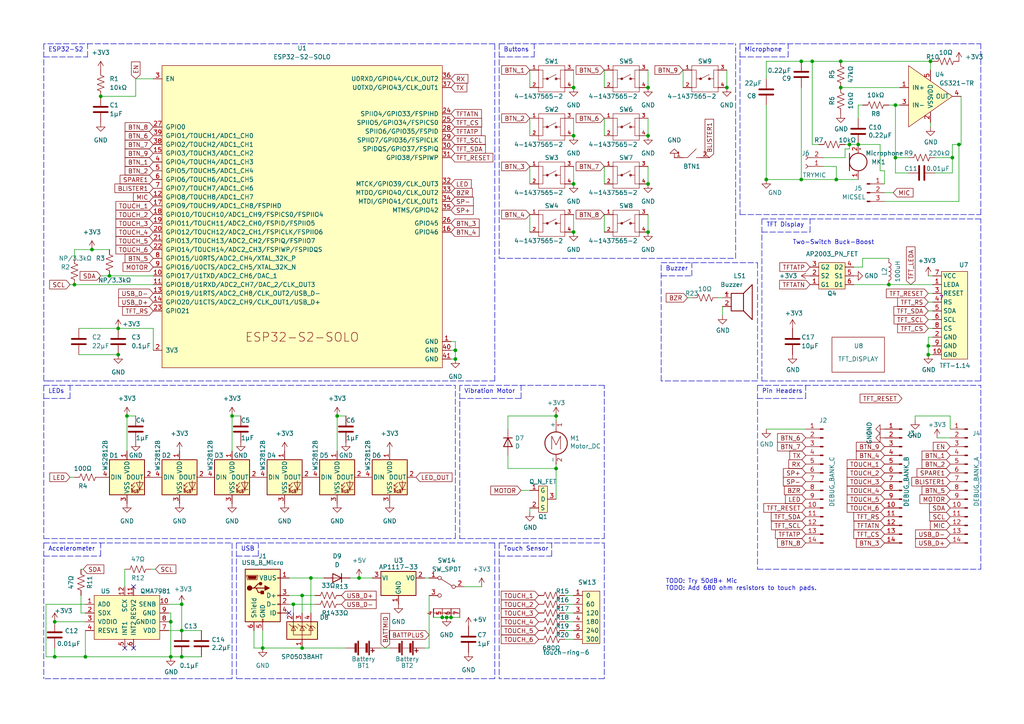
<source format=kicad_sch>
(kicad_sch (version 20211123) (generator eeschema)
  (paper "A4")
  (junction (at 87.63 187.96))
  (junction (at 90.17 167.64))
  (junction (at 187.96 39.37))
  (junction (at 24.765 190.5))
  (junction (at 49.53 190.5))
  (junction (at 222.25 52.07))
  (junction (at 49.53 180.34))
  (junction (at 243.84 17.78))
  (junction (at 104.14 167.64))
  (junction (at 15.875 180.34))
  (junction (at 26.67 72.39))
  (junction (at 246.38 41.91))
  (junction (at 276.225 45.72))
  (junction (at 67.31 120.65))
  (junction (at 129.54 179.07))
  (junction (at 161.29 135.89))
  (junction (at 132.08 104.14))
  (junction (at 259.715 30.48))
  (junction (at 269.875 17.78))
  (junction (at 166.37 53.34))
  (junction (at 166.37 39.37))
  (junction (at 52.705 182.88))
  (junction (at 52.705 175.26))
  (junction (at 36.83 120.65))
  (junction (at 187.96 53.34))
  (junction (at 161.29 120.65))
  (junction (at 257.81 82.55))
  (junction (at 248.92 41.91))
  (junction (at 128.27 179.07))
  (junction (at 87.63 172.72))
  (junction (at 76.2 187.96))
  (junction (at 235.585 17.78))
  (junction (at 278.13 41.91))
  (junction (at 29.21 27.94))
  (junction (at 34.29 102.87))
  (junction (at 187.96 25.4))
  (junction (at 130.81 179.07))
  (junction (at 97.79 120.65))
  (junction (at 166.37 67.31))
  (junction (at 21.59 82.55))
  (junction (at 232.41 52.07))
  (junction (at 269.24 102.87))
  (junction (at 166.37 25.4))
  (junction (at 31.75 80.01))
  (junction (at 243.84 25.4))
  (junction (at 210.82 25.4))
  (junction (at 34.29 95.25))
  (junction (at 232.41 17.78))
  (junction (at 52.705 190.5))
  (junction (at 187.96 67.31))
  (junction (at 15.875 190.5))
  (junction (at 259.715 45.72))
  (junction (at 85.09 175.26))
  (junction (at 242.57 52.07))
  (junction (at 269.24 100.33))
  (junction (at 132.08 101.6))
  (no_connect (at 36.195 187.96))
  (no_connect (at 38.735 187.96))
  (no_connect (at 83.82 177.8))
  (no_connect (at 38.735 170.18))
  (wire (pts (xy 257.81 82.55) (xy 270.51 82.55)))
  (wire (pts (xy 175.26 20.32) (xy 175.26 25.4)))
  (wire (pts (xy 238.76 48.26) (xy 242.57 48.26)))
  (wire (pts (xy 21.59 74.93) (xy 21.59 72.39)))
  (wire (pts (xy 243.84 25.4) (xy 260.985 25.4)))
  (wire (pts (xy 151.13 142.24) (xy 153.67 142.24)))
  (wire (pts (xy 237.49 41.91) (xy 235.585 41.91)))
  (polyline (pts (xy 12.7 16.51) (xy 25.4 16.51)))
  (wire (pts (xy 208.28 86.36) (xy 209.55 86.36)))
  (wire (pts (xy 222.25 30.48) (xy 222.25 52.07)))
  (wire (pts (xy 52.705 190.5) (xy 58.42 190.5)))
  (wire (pts (xy 52.705 175.26) (xy 52.705 182.88)))
  (wire (pts (xy 246.38 43.18) (xy 246.38 41.91)))
  (wire (pts (xy 87.63 172.72) (xy 87.63 177.8)))
  (wire (pts (xy 248.92 41.91) (xy 246.38 41.91)))
  (polyline (pts (xy 191.77 76.2) (xy 219.71 76.2)))
  (wire (pts (xy 39.37 27.94) (xy 29.21 27.94)))
  (wire (pts (xy 34.29 95.25) (xy 44.45 95.25)))
  (wire (pts (xy 246.38 41.91) (xy 245.11 41.91)))
  (polyline (pts (xy 234.95 67.31) (xy 234.95 63.5)))
  (polyline (pts (xy 154.94 16.51) (xy 154.94 12.7)))
  (wire (pts (xy 85.09 175.26) (xy 91.44 175.26)))
  (wire (pts (xy 232.41 52.07) (xy 242.57 52.07)))
  (wire (pts (xy 259.715 30.48) (xy 260.985 30.48)))
  (wire (pts (xy 20.32 138.43) (xy 21.59 138.43)))
  (wire (pts (xy 175.26 62.23) (xy 175.26 67.31)))
  (wire (pts (xy 243.84 17.78) (xy 235.585 17.78)))
  (wire (pts (xy 161.29 135.89) (xy 161.29 144.78)))
  (wire (pts (xy 245.11 45.72) (xy 245.11 43.18)))
  (wire (pts (xy 259.715 45.72) (xy 259.715 30.48)))
  (wire (pts (xy 166.37 48.26) (xy 166.37 53.34)))
  (polyline (pts (xy 13.97 110.49) (xy 143.51 110.49)))
  (wire (pts (xy 271.145 50.165) (xy 276.225 50.165)))
  (wire (pts (xy 256.54 58.42) (xy 278.13 58.42)))
  (wire (pts (xy 199.39 86.36) (xy 200.66 86.36)))
  (wire (pts (xy 52.705 182.88) (xy 58.42 182.88)))
  (wire (pts (xy 163.83 180.34) (xy 166.37 180.34)))
  (polyline (pts (xy 191.77 110.49) (xy 191.77 76.2)))
  (wire (pts (xy 209.55 88.9) (xy 209.55 91.44)))
  (polyline (pts (xy 67.31 196.85) (xy 12.7 196.85)))
  (wire (pts (xy 166.37 20.32) (xy 166.37 25.4)))
  (wire (pts (xy 21.59 72.39) (xy 26.67 72.39)))
  (wire (pts (xy 130.81 99.06) (xy 132.08 99.06)))
  (wire (pts (xy 128.27 179.07) (xy 129.54 179.07)))
  (wire (pts (xy 153.67 20.32) (xy 153.67 25.4)))
  (polyline (pts (xy 175.26 111.76) (xy 133.35 111.76)))
  (polyline (pts (xy 12.7 157.48) (xy 67.31 157.48)))
  (wire (pts (xy 222.25 17.78) (xy 232.41 17.78)))
  (wire (pts (xy 269.24 87.63) (xy 270.51 87.63)))
  (wire (pts (xy 130.81 179.07) (xy 133.35 179.07)))
  (wire (pts (xy 24.765 190.5) (xy 49.53 190.5)))
  (wire (pts (xy 83.82 175.26) (xy 85.09 175.26)))
  (wire (pts (xy 93.98 167.64) (xy 90.17 167.64)))
  (polyline (pts (xy 219.71 111.76) (xy 284.48 111.76)))
  (wire (pts (xy 222.25 124.46) (xy 233.68 124.46)))
  (wire (pts (xy 198.12 20.32) (xy 198.12 25.4)))
  (wire (pts (xy 248.92 41.91) (xy 255.27 41.91)))
  (wire (pts (xy 97.79 120.65) (xy 100.33 120.65)))
  (wire (pts (xy 269.24 100.33) (xy 270.51 100.33)))
  (wire (pts (xy 67.31 130.81) (xy 67.31 120.65)))
  (wire (pts (xy 22.86 95.25) (xy 34.29 95.25)))
  (polyline (pts (xy 25.4 16.51) (xy 25.4 12.7)))
  (wire (pts (xy 222.25 17.78) (xy 222.25 22.86)))
  (wire (pts (xy 45.085 165.1) (xy 43.815 165.1)))
  (wire (pts (xy 269.24 100.33) (xy 269.24 102.87)))
  (wire (pts (xy 270.51 97.79) (xy 269.24 97.79)))
  (wire (pts (xy 276.225 50.165) (xy 276.225 45.72)))
  (wire (pts (xy 276.225 41.91) (xy 276.225 45.72)))
  (polyline (pts (xy 12.7 157.48) (xy 12.7 196.85)))
  (wire (pts (xy 13.335 175.26) (xy 13.335 190.5)))
  (wire (pts (xy 124.46 172.72) (xy 124.46 187.96)))
  (wire (pts (xy 49.53 180.34) (xy 49.53 190.5)))
  (wire (pts (xy 48.895 180.34) (xy 49.53 180.34)))
  (polyline (pts (xy 219.71 111.76) (xy 219.71 165.1)))
  (wire (pts (xy 269.24 95.25) (xy 270.51 95.25)))
  (wire (pts (xy 44.45 101.6) (xy 44.45 95.25)))
  (polyline (pts (xy 160.02 161.29) (xy 160.02 157.48)))
  (wire (pts (xy 269.875 35.56) (xy 269.875 36.83)))
  (polyline (pts (xy 284.48 165.1) (xy 284.48 111.76)))
  (polyline (pts (xy 20.32 115.57) (xy 20.32 111.76)))
  (wire (pts (xy 161.29 120.65) (xy 147.32 120.65)))
  (wire (pts (xy 276.225 45.72) (xy 271.145 45.72)))
  (wire (pts (xy 48.895 182.88) (xy 52.705 182.88)))
  (wire (pts (xy 87.63 172.72) (xy 91.44 172.72)))
  (wire (pts (xy 242.57 48.26) (xy 242.57 52.07)))
  (wire (pts (xy 76.2 182.88) (xy 76.2 187.96)))
  (polyline (pts (xy 144.78 16.51) (xy 154.94 16.51)))
  (wire (pts (xy 48.895 175.26) (xy 52.705 175.26)))
  (wire (pts (xy 21.59 82.55) (xy 44.45 82.55)))
  (wire (pts (xy 232.41 25.4) (xy 232.41 52.07)))
  (wire (pts (xy 256.54 49.53) (xy 256.54 53.34)))
  (wire (pts (xy 147.32 132.08) (xy 147.32 135.89)))
  (wire (pts (xy 175.26 48.26) (xy 175.26 53.34)))
  (wire (pts (xy 235.585 17.78) (xy 235.585 41.91)))
  (polyline (pts (xy 133.35 111.76) (xy 133.35 156.21)))
  (wire (pts (xy 269.24 92.71) (xy 270.51 92.71)))
  (wire (pts (xy 83.82 167.64) (xy 90.17 167.64)))
  (polyline (pts (xy 220.98 63.5) (xy 220.98 110.49)))
  (wire (pts (xy 187.96 20.32) (xy 187.96 25.4)))
  (wire (pts (xy 24.765 175.26) (xy 13.335 175.26)))
  (wire (pts (xy 269.24 90.17) (xy 270.51 90.17)))
  (wire (pts (xy 48.895 177.8) (xy 49.53 177.8)))
  (polyline (pts (xy 68.58 157.48) (xy 143.51 157.48)))
  (polyline (pts (xy 144.78 12.7) (xy 213.36 12.7)))
  (wire (pts (xy 73.66 182.88) (xy 73.66 187.96)))
  (wire (pts (xy 36.83 120.65) (xy 39.37 120.65)))
  (wire (pts (xy 153.67 48.26) (xy 153.67 53.34)))
  (wire (pts (xy 101.6 167.64) (xy 104.14 167.64)))
  (wire (pts (xy 175.26 34.29) (xy 175.26 39.37)))
  (wire (pts (xy 275.59 120.65) (xy 265.43 120.65)))
  (wire (pts (xy 163.83 175.26) (xy 166.37 175.26)))
  (polyline (pts (xy 284.48 110.49) (xy 284.48 63.5)))
  (wire (pts (xy 250.19 77.47) (xy 247.65 77.47)))
  (polyline (pts (xy 133.35 156.21) (xy 175.26 156.21)))
  (wire (pts (xy 49.53 177.8) (xy 49.53 180.34)))
  (wire (pts (xy 67.31 120.65) (xy 69.85 120.65)))
  (polyline (pts (xy 12.7 115.57) (xy 20.32 115.57)))
  (wire (pts (xy 85.09 175.26) (xy 85.09 177.8)))
  (wire (pts (xy 163.83 182.88) (xy 166.37 182.88)))
  (polyline (pts (xy 284.48 62.23) (xy 284.48 12.7)))
  (wire (pts (xy 15.875 190.5) (xy 24.765 190.5)))
  (polyline (pts (xy 143.51 110.49) (xy 143.51 12.7)))
  (wire (pts (xy 278.13 41.91) (xy 276.225 41.91)))
  (wire (pts (xy 36.83 130.81) (xy 36.83 120.65)))
  (polyline (pts (xy 12.7 111.76) (xy 132.08 111.76)))
  (wire (pts (xy 163.83 172.72) (xy 166.37 172.72)))
  (wire (pts (xy 271.78 127) (xy 275.59 127)))
  (wire (pts (xy 248.92 34.29) (xy 248.92 30.48)))
  (wire (pts (xy 232.41 17.78) (xy 235.585 17.78)))
  (wire (pts (xy 250.19 74.93) (xy 257.81 74.93)))
  (wire (pts (xy 123.19 167.64) (xy 124.46 167.64)))
  (polyline (pts (xy 12.7 12.7) (xy 12.7 110.49)))
  (wire (pts (xy 124.46 187.96) (xy 123.19 187.96)))
  (polyline (pts (xy 175.26 157.48) (xy 175.26 196.85)))
  (wire (pts (xy 24.765 182.88) (xy 24.765 190.5)))
  (wire (pts (xy 248.92 30.48) (xy 250.19 30.48)))
  (wire (pts (xy 153.67 147.32) (xy 153.67 148.59)))
  (polyline (pts (xy 144.78 74.93) (xy 213.36 74.93)))
  (wire (pts (xy 243.84 17.78) (xy 269.875 17.78)))
  (wire (pts (xy 23.495 172.72) (xy 23.495 177.8)))
  (polyline (pts (xy 74.93 161.29) (xy 74.93 157.48)))
  (wire (pts (xy 166.37 62.23) (xy 166.37 67.31)))
  (wire (pts (xy 76.2 187.96) (xy 87.63 187.96)))
  (wire (pts (xy 269.24 97.79) (xy 269.24 100.33)))
  (wire (pts (xy 20.32 82.55) (xy 21.59 82.55)))
  (wire (pts (xy 87.63 187.96) (xy 100.33 187.96)))
  (polyline (pts (xy 143.51 196.85) (xy 68.58 196.85)))
  (polyline (pts (xy 144.78 161.29) (xy 160.02 161.29)))
  (wire (pts (xy 39.37 22.86) (xy 44.45 22.86)))
  (wire (pts (xy 269.24 85.09) (xy 270.51 85.09)))
  (wire (pts (xy 125.73 179.07) (xy 128.27 179.07)))
  (polyline (pts (xy 220.98 110.49) (xy 284.48 110.49)))
  (polyline (pts (xy 67.31 157.48) (xy 67.31 196.85)))
  (wire (pts (xy 97.79 130.81) (xy 97.79 120.65)))
  (polyline (pts (xy 214.63 62.23) (xy 284.48 62.23)))
  (wire (pts (xy 278.13 41.91) (xy 278.13 58.42)))
  (wire (pts (xy 22.86 102.87) (xy 34.29 102.87)))
  (polyline (pts (xy 12.7 111.76) (xy 12.7 156.21)))
  (wire (pts (xy 130.81 101.6) (xy 132.08 101.6)))
  (wire (pts (xy 187.96 62.23) (xy 187.96 67.31)))
  (polyline (pts (xy 175.26 196.85) (xy 144.78 196.85)))
  (wire (pts (xy 147.32 120.65) (xy 147.32 124.46)))
  (wire (pts (xy 73.66 187.96) (xy 76.2 187.96)))
  (wire (pts (xy 269.24 80.01) (xy 270.51 80.01)))
  (wire (pts (xy 139.7 170.18) (xy 134.62 170.18)))
  (wire (pts (xy 29.21 80.01) (xy 31.75 80.01)))
  (polyline (pts (xy 228.6 16.51) (xy 228.6 12.7)))
  (wire (pts (xy 129.54 179.07) (xy 130.81 179.07)))
  (polyline (pts (xy 151.13 115.57) (xy 151.13 111.76)))
  (wire (pts (xy 242.57 52.07) (xy 248.92 52.07)))
  (wire (pts (xy 26.67 72.39) (xy 31.75 72.39)))
  (polyline (pts (xy 214.63 16.51) (xy 228.6 16.51)))
  (polyline (pts (xy 144.78 12.7) (xy 144.78 74.93)))
  (wire (pts (xy 161.29 134.62) (xy 161.29 135.89)))
  (wire (pts (xy 31.75 80.01) (xy 44.45 80.01)))
  (wire (pts (xy 259.715 50.165) (xy 259.715 45.72)))
  (polyline (pts (xy 213.36 74.93) (xy 213.36 12.7)))
  (wire (pts (xy 269.875 17.78) (xy 270.51 17.78)))
  (polyline (pts (xy 68.58 157.48) (xy 68.58 196.85)))
  (polyline (pts (xy 12.7 110.49) (xy 13.97 110.49)))
  (polyline (pts (xy 200.66 80.01) (xy 200.66 76.2)))
  (wire (pts (xy 104.14 167.64) (xy 107.95 167.64)))
  (wire (pts (xy 255.27 49.53) (xy 256.54 49.53)))
  (polyline (pts (xy 233.68 115.57) (xy 233.68 111.76)))
  (polyline (pts (xy 284.48 63.5) (xy 220.98 63.5)))
  (polyline (pts (xy 12.7 161.29) (xy 29.21 161.29)))
  (polyline (pts (xy 144.78 157.48) (xy 144.78 196.85)))
  (polyline (pts (xy 29.21 161.29) (xy 29.21 157.48)))
  (wire (pts (xy 113.03 187.96) (xy 110.49 187.96)))
  (wire (pts (xy 161.29 135.89) (xy 147.32 135.89)))
  (polyline (pts (xy 175.26 156.21) (xy 175.26 111.76)))
  (wire (pts (xy 39.37 22.86) (xy 39.37 27.94)))
  (wire (pts (xy 13.335 190.5) (xy 15.875 190.5)))
  (wire (pts (xy 130.81 104.14) (xy 132.08 104.14)))
  (polyline (pts (xy 144.78 157.48) (xy 175.26 157.48)))
  (polyline (pts (xy 214.63 12.7) (xy 284.48 12.7)))
  (wire (pts (xy 132.08 101.6) (xy 132.08 104.14)))
  (wire (pts (xy 161.29 120.65) (xy 161.29 121.92)))
  (wire (pts (xy 15.875 180.34) (xy 24.765 180.34)))
  (wire (pts (xy 153.67 62.23) (xy 153.67 67.31)))
  (polyline (pts (xy 219.71 165.1) (xy 284.48 165.1)))
  (wire (pts (xy 23.495 177.8) (xy 24.765 177.8)))
  (polyline (pts (xy 219.71 76.2) (xy 219.71 110.49)))
  (wire (pts (xy 163.83 177.8) (xy 166.37 177.8)))
  (wire (pts (xy 250.19 77.47) (xy 250.19 74.93)))
  (polyline (pts (xy 68.58 161.29) (xy 74.93 161.29)))
  (wire (pts (xy 83.82 172.72) (xy 87.63 172.72)))
  (wire (pts (xy 245.11 43.18) (xy 246.38 43.18)))
  (wire (pts (xy 187.96 48.26) (xy 187.96 53.34)))
  (wire (pts (xy 238.76 45.72) (xy 245.11 45.72)))
  (wire (pts (xy 263.525 45.72) (xy 259.715 45.72)))
  (polyline (pts (xy 132.08 156.21) (xy 132.08 111.76)))
  (polyline (pts (xy 133.35 115.57) (xy 151.13 115.57)))
  (wire (pts (xy 257.81 30.48) (xy 259.715 30.48)))
  (polyline (pts (xy 191.77 80.01) (xy 200.66 80.01)))
  (wire (pts (xy 187.96 34.29) (xy 187.96 39.37)))
  (wire (pts (xy 255.27 41.91) (xy 255.27 49.53)))
  (wire (pts (xy 23.495 165.1) (xy 24.13 165.1)))
  (polyline (pts (xy 143.51 157.48) (xy 143.51 196.85)))
  (polyline (pts (xy 220.98 67.31) (xy 234.95 67.31)))
  (wire (pts (xy 90.17 167.64) (xy 90.17 177.8)))
  (wire (pts (xy 153.67 34.29) (xy 153.67 39.37)))
  (wire (pts (xy 166.37 34.29) (xy 166.37 39.37)))
  (wire (pts (xy 263.525 50.165) (xy 259.715 50.165)))
  (wire (pts (xy 278.765 41.91) (xy 278.13 41.91)))
  (wire (pts (xy 36.195 165.1) (xy 36.195 170.18)))
  (wire (pts (xy 265.43 120.65) (xy 265.43 121.92)))
  (wire (pts (xy 278.765 27.94) (xy 278.765 41.91)))
  (wire (pts (xy 269.875 20.32) (xy 269.875 17.78)))
  (wire (pts (xy 256.54 55.88) (xy 259.08 55.88)))
  (wire (pts (xy 269.24 102.87) (xy 270.51 102.87)))
  (wire (pts (xy 275.59 124.46) (xy 275.59 120.65)))
  (wire (pts (xy 132.08 99.06) (xy 132.08 101.6)))
  (wire (pts (xy 49.53 190.5) (xy 52.705 190.5)))
  (wire (pts (xy 163.83 185.42) (xy 166.37 185.42)))
  (wire (pts (xy 222.25 52.07) (xy 232.41 52.07)))
  (wire (pts (xy 210.82 20.32) (xy 210.82 25.4)))
  (polyline (pts (xy 219.71 115.57) (xy 233.68 115.57)))
  (polyline (pts (xy 214.63 12.7) (xy 214.63 62.23)))
  (polyline (pts (xy 143.51 12.7) (xy 12.7 12.7)))
  (polyline (pts (xy 219.71 110.49) (xy 191.77 110.49)))
  (polyline (pts (xy 12.7 156.21) (xy 132.08 156.21)))
  (wire (pts (xy 15.875 187.96) (xy 15.875 190.5)))
  (wire (pts (xy 247.65 82.55) (xy 257.81 82.55)))
  (text "Two-Switch Buck-Boost" (at 229.87 71.12 0) (effects (font (size 1.27 1.27)) (justify left bottom)))
  (text "Accelerometer" (at 13.97 160.02 0) (effects (font (size 1.27 1.27)) (justify left bottom)))
  (text "Buttons" (at 146.05 15.24 0) (effects (font (size 1.27 1.27)) (justify left bottom)))
  (text "Vibration Motor" (at 134.62 114.3 0) (effects (font (size 1.27 1.27)) (justify left bottom)))
  (text "TFT Display" (at 222.25 66.04 0) (effects (font (size 1.27 1.27)) (justify left bottom)))
  (text "ESP32-S2" (at 13.97 15.24 0) (effects (font (size 1.27 1.27)) (justify left bottom)))
  (text "Microphone" (at 215.9 15.24 0) (effects (font (size 1.27 1.27)) (justify left bottom)))
  (text "LEDs" (at 13.97 114.3 0) (effects (font (size 1.27 1.27)) (justify left bottom)))
  (text "Touch Sensor" (at 146.05 160.02 0) (effects (font (size 1.27 1.27)) (justify left bottom)))
  (text "TODO: Try 50dB+ Mic\nTODO: Add 680 ohm resistors to touch pads.	\n" (at 193.04 171.45 0) (effects (font (size 1.27 1.27)) (justify left bottom)))
  (text "Pin Headers" (at 220.98 114.3 0) (effects (font (size 1.27 1.27)) (justify left bottom)))
  (text "USB" (at 69.85 160.02 0) (effects (font (size 1.27 1.27)) (justify left bottom)))
  (text "Buzzer" (at 193.04 78.74 0) (effects (font (size 1.27 1.27)) (justify left bottom)))
  (global_label "TFT_SDA" (shape input) (at 269.24 90.17 180) (property "Intersheet References" "${INTERSHEET_REFS}" (effects hide)))
  (global_label "BTN_9" (shape input) (at 256.54 129.54 180) (property "Intersheet References" "${INTERSHEET_REFS}" (effects hide)))
  (global_label "TFTATP" (shape input) (at 233.68 154.94 180) (property "Intersheet References" "${INTERSHEET_REFS}" (effects hide)))
  (global_label "BTN_5" (shape input) (at 44.45 74.93 180) (property "Intersheet References" "${INTERSHEET_REFS}" (effects hide)))
  (global_label "MIC" (shape input) (at 275.59 152.4 180) (property "Intersheet References" "${INTERSHEET_REFS}" (effects hide)))
  (global_label "TFT_RS" (shape input) (at 44.45 90.17 180) (property "Intersheet References" "${INTERSHEET_REFS}" (effects hide)))
  (global_label "BTN_6" (shape input) (at 44.45 39.37 180) (property "Intersheet References" "${INTERSHEET_REFS}" (effects hide)))
  (global_label "BTN_8" (shape input) (at 233.68 157.48 180) (property "Intersheet References" "${INTERSHEET_REFS}" (effects hide)))
  (global_label "TOUCH_3" (shape input) (at 44.45 64.77 180) (property "Intersheet References" "${INTERSHEET_REFS}" (effects hide)))
  (global_label "TFT_SCL" (shape input) (at 269.24 92.71 180) (property "Intersheet References" "${INTERSHEET_REFS}" (effects hide)))
  (global_label "BTN_2" (shape input) (at 44.45 49.53 180) (property "Intersheet References" "${INTERSHEET_REFS}" (effects hide)))
  (global_label "BTN_4" (shape input) (at 256.54 132.08 180) (property "Intersheet References" "${INTERSHEET_REFS}" (effects hide)))
  (global_label "MOTOR" (shape input) (at 275.59 144.78 180) (property "Intersheet References" "${INTERSHEET_REFS}" (effects hide)))
  (global_label "SP+" (shape input) (at 130.81 60.96 0) (property "Intersheet References" "${INTERSHEET_REFS}" (effects hide)))
  (global_label "SDA" (shape input) (at 275.59 147.32 180) (property "Intersheet References" "${INTERSHEET_REFS}" (effects hide)))
  (global_label "TOUCH_5" (shape input) (at 44.45 69.85 180) (property "Intersheet References" "${INTERSHEET_REFS}" (effects hide)))
  (global_label "TFTATP" (shape input) (at 234.95 77.47 180) (property "Intersheet References" "${INTERSHEET_REFS}" (effects hide)))
  (global_label "TOUCH_6" (shape input) (at 44.45 72.39 180) (property "Intersheet References" "${INTERSHEET_REFS}" (effects hide)))
  (global_label "TOUCH_2" (shape input) (at 44.45 62.23 180) (property "Intersheet References" "${INTERSHEET_REFS}" (effects hide)))
  (global_label "BLISTER1" (shape input) (at 275.59 139.7 180) (property "Intersheet References" "${INTERSHEET_REFS}" (effects hide)))
  (global_label "TFT_SDA" (shape input) (at 130.81 43.18 0) (property "Intersheet References" "${INTERSHEET_REFS}" (effects hide)))
  (global_label "TFT_RS" (shape input) (at 256.54 149.86 180) (property "Intersheet References" "${INTERSHEET_REFS}" (effects hide)))
  (global_label "USB_D-" (shape input) (at 275.59 154.94 180) (property "Intersheet References" "${INTERSHEET_REFS}" (effects hide)))
  (global_label "LED_OUT" (shape input) (at 120.65 138.43 0) (property "Intersheet References" "${INTERSHEET_REFS}" (effects hide)))
  (global_label "BATTMID" (shape input) (at 111.76 187.96 90) (property "Intersheet References" "${INTERSHEET_REFS}" (effects hide)))
  (global_label "TOUCH_1" (shape input) (at 256.54 134.62 180) (property "Intersheet References" "${INTERSHEET_REFS}" (effects hide)))
  (global_label "TOUCH_2" (shape input) (at 256.54 137.16 180) (property "Intersheet References" "${INTERSHEET_REFS}" (effects hide)))
  (global_label "BTN_5" (shape input) (at 175.26 20.32 180) (property "Intersheet References" "${INTERSHEET_REFS}" (effects hide)))
  (global_label "LED" (shape input) (at 20.32 138.43 180) (property "Intersheet References" "${INTERSHEET_REFS}" (effects hide)))
  (global_label "BLISTER1" (shape input) (at 205.74 45.72 90) (property "Intersheet References" "${INTERSHEET_REFS}" (effects hide)))
  (global_label "BTN_5" (shape input) (at 275.59 142.24 180) (property "Intersheet References" "${INTERSHEET_REFS}" (effects hide)))
  (global_label "TOUCH_5" (shape input) (at 156.21 182.88 180) (property "Intersheet References" "${INTERSHEET_REFS}" (effects hide)))
  (global_label "SPARE1" (shape input) (at 44.45 52.07 180) (property "Intersheet References" "${INTERSHEET_REFS}" (effects hide)))
  (global_label "BTN_2" (shape input) (at 153.67 34.29 180) (property "Intersheet References" "${INTERSHEET_REFS}" (effects hide)))
  (global_label "SCL" (shape input) (at 45.085 165.1 0) (property "Intersheet References" "${INTERSHEET_REFS}" (effects hide)))
  (global_label "TFTATN" (shape input) (at 130.81 33.02 0) (property "Intersheet References" "${INTERSHEET_REFS}" (effects hide)))
  (global_label "TOUCH_3" (shape input) (at 256.54 139.7 180) (property "Intersheet References" "${INTERSHEET_REFS}" (effects hide)))
  (global_label "BTN_1" (shape input) (at 153.67 20.32 180) (property "Intersheet References" "${INTERSHEET_REFS}" (effects hide)))
  (global_label "TFT_SDA" (shape input) (at 233.68 149.86 180) (property "Intersheet References" "${INTERSHEET_REFS}" (effects hide)))
  (global_label "TOUCH_1" (shape input) (at 156.21 172.72 180) (property "Intersheet References" "${INTERSHEET_REFS}" (effects hide)))
  (global_label "TFT_RS" (shape input) (at 269.24 87.63 180) (property "Intersheet References" "${INTERSHEET_REFS}" (effects hide)))
  (global_label "TFT_LEDA" (shape input) (at 264.16 82.55 90) (property "Intersheet References" "${INTERSHEET_REFS}" (effects hide)))
  (global_label "SCL" (shape input) (at 275.59 149.86 180) (property "Intersheet References" "${INTERSHEET_REFS}" (effects hide)))
  (global_label "TFT_RESET" (shape input) (at 261.62 115.57 180) (property "Intersheet References" "${INTERSHEET_REFS}" (effects hide)))
  (global_label "TFT_CS" (shape input) (at 269.24 95.25 180) (property "Intersheet References" "${INTERSHEET_REFS}" (effects hide)))
  (global_label "EN" (shape input) (at 39.37 22.86 90) (property "Intersheet References" "${INTERSHEET_REFS}" (effects hide)))
  (global_label "BTN_1" (shape input) (at 275.59 132.08 180) (property "Intersheet References" "${INTERSHEET_REFS}" (effects hide)))
  (global_label "LED" (shape input) (at 233.68 144.78 180) (property "Intersheet References" "${INTERSHEET_REFS}" (effects hide)))
  (global_label "SP-" (shape input) (at 233.68 139.7 180) (property "Intersheet References" "${INTERSHEET_REFS}" (effects hide)))
  (global_label "TX" (shape input) (at 130.81 25.4 0) (property "Intersheet References" "${INTERSHEET_REFS}" (effects hide)))
  (global_label "BATTPLUS" (shape input) (at 124.46 184.15 180) (property "Intersheet References" "${INTERSHEET_REFS}" (effects hide)))
  (global_label "TFTATN" (shape input) (at 234.95 82.55 180) (property "Intersheet References" "${INTERSHEET_REFS}" (effects hide)))
  (global_label "TOUCH_3" (shape input) (at 156.21 177.8 180) (property "Intersheet References" "${INTERSHEET_REFS}" (effects hide)))
  (global_label "TFT_CS" (shape input) (at 130.81 35.56 0) (property "Intersheet References" "${INTERSHEET_REFS}" (effects hide)))
  (global_label "SP+" (shape input) (at 233.68 137.16 180) (property "Intersheet References" "${INTERSHEET_REFS}" (effects hide)))
  (global_label "BTN_6" (shape input) (at 233.68 127 180) (property "Intersheet References" "${INTERSHEET_REFS}" (effects hide)))
  (global_label "BTN_9" (shape input) (at 198.12 20.32 180) (property "Intersheet References" "${INTERSHEET_REFS}" (effects hide)))
  (global_label "TOUCH_5" (shape input) (at 256.54 144.78 180) (property "Intersheet References" "${INTERSHEET_REFS}" (effects hide)))
  (global_label "BTN_7" (shape input) (at 233.68 129.54 180) (property "Intersheet References" "${INTERSHEET_REFS}" (effects hide)))
  (global_label "TOUCH_4" (shape input) (at 156.21 180.34 180) (property "Intersheet References" "${INTERSHEET_REFS}" (effects hide)))
  (global_label "TOUCH_6" (shape input) (at 256.54 147.32 180) (property "Intersheet References" "${INTERSHEET_REFS}" (effects hide)))
  (global_label "TOUCH_1" (shape input) (at 44.45 59.69 180) (property "Intersheet References" "${INTERSHEET_REFS}" (effects hide)))
  (global_label "BTN_7" (shape input) (at 175.26 48.26 180) (property "Intersheet References" "${INTERSHEET_REFS}" (effects hide)))
  (global_label "BTN_4" (shape input) (at 153.67 62.23 180) (property "Intersheet References" "${INTERSHEET_REFS}" (effects hide)))
  (global_label "TFTATP" (shape input) (at 130.81 38.1 0) (property "Intersheet References" "${INTERSHEET_REFS}" (effects hide)))
  (global_label "TFT_SCL" (shape input) (at 130.81 40.64 0) (property "Intersheet References" "${INTERSHEET_REFS}" (effects hide)))
  (global_label "SPARE1" (shape input) (at 275.59 137.16 180) (property "Intersheet References" "${INTERSHEET_REFS}" (effects hide)))
  (global_label "TFT_RESET" (shape input) (at 269.24 85.09 180) (property "Intersheet References" "${INTERSHEET_REFS}" (effects hide)))
  (global_label "TOUCH_4" (shape input) (at 256.54 142.24 180) (property "Intersheet References" "${INTERSHEET_REFS}" (effects hide)))
  (global_label "RX" (shape input) (at 130.81 22.86 0) (property "Intersheet References" "${INTERSHEET_REFS}" (effects hide)))
  (global_label "BTN_8" (shape input) (at 175.26 62.23 180) (property "Intersheet References" "${INTERSHEET_REFS}" (effects hide)))
  (global_label "USB_D+" (shape input) (at 99.06 172.72 0) (property "Intersheet References" "${INTERSHEET_REFS}" (effects hide)))
  (global_label "LED" (shape input) (at 130.81 53.34 0) (property "Intersheet References" "${INTERSHEET_REFS}" (effects hide)))
  (global_label "BTN_9" (shape input) (at 44.45 44.45 180) (property "Intersheet References" "${INTERSHEET_REFS}" (effects hide)))
  (global_label "USB_D-" (shape input) (at 99.06 175.26 0) (property "Intersheet References" "${INTERSHEET_REFS}" (effects hide)))
  (global_label "SCL" (shape input) (at 20.32 82.55 180) (property "Intersheet References" "${INTERSHEET_REFS}" (effects hide)))
  (global_label "BZR" (shape input) (at 233.68 142.24 180) (property "Intersheet References" "${INTERSHEET_REFS}" (effects hide)))
  (global_label "EN" (shape input) (at 275.59 129.54 180) (property "Intersheet References" "${INTERSHEET_REFS}" (effects hide)))
  (global_label "BTN_1" (shape input) (at 44.45 46.99 180) (property "Intersheet References" "${INTERSHEET_REFS}" (effects hide)))
  (global_label "USB_D+" (shape input) (at 44.45 87.63 180) (property "Intersheet References" "${INTERSHEET_REFS}" (effects hide)))
  (global_label "TFT_SCL" (shape input) (at 233.68 152.4 180) (property "Intersheet References" "${INTERSHEET_REFS}" (effects hide)))
  (global_label "BTN_7" (shape input) (at 44.45 41.91 180) (property "Intersheet References" "${INTERSHEET_REFS}" (effects hide)))
  (global_label "USB_D-" (shape input) (at 44.45 85.09 180) (property "Intersheet References" "${INTERSHEET_REFS}" (effects hide)))
  (global_label "BZR" (shape input) (at 130.81 55.88 0) (property "Intersheet References" "${INTERSHEET_REFS}" (effects hide)))
  (global_label "RX" (shape input) (at 233.68 134.62 180) (property "Intersheet References" "${INTERSHEET_REFS}" (effects hide)))
  (global_label "MOTOR" (shape input) (at 151.13 142.24 180) (property "Intersheet References" "${INTERSHEET_REFS}" (effects hide)))
  (global_label "TFT_CS" (shape input) (at 256.54 154.94 180) (property "Intersheet References" "${INTERSHEET_REFS}" (effects hide)))
  (global_label "BTN_6" (shape input) (at 175.26 34.29 180) (property "Intersheet References" "${INTERSHEET_REFS}" (effects hide)))
  (global_label "BZR" (shape input) (at 199.39 86.36 180) (property "Intersheet References" "${INTERSHEET_REFS}" (effects hide)))
  (global_label "SDA" (shape input) (at 24.13 165.1 0) (property "Intersheet References" "${INTERSHEET_REFS}" (effects hide)))
  (global_label "BTN_2" (shape input) (at 275.59 134.62 180) (property "Intersheet References" "${INTERSHEET_REFS}" (effects hide)))
  (global_label "BTN_8" (shape input) (at 44.45 36.83 180) (property "Intersheet References" "${INTERSHEET_REFS}" (effects hide)))
  (global_label "BTN_4" (shape input) (at 130.81 67.31 0) (property "Intersheet References" "${INTERSHEET_REFS}" (effects hide)))
  (global_label "MOTOR" (shape input) (at 44.45 77.47 180) (property "Intersheet References" "${INTERSHEET_REFS}" (effects hide)))
  (global_label "TFTATN" (shape input) (at 256.54 152.4 180) (property "Intersheet References" "${INTERSHEET_REFS}" (effects hide)))
  (global_label "BTN_3" (shape input) (at 130.81 64.77 0) (property "Intersheet References" "${INTERSHEET_REFS}" (effects hide)))
  (global_label "TOUCH_4" (shape input) (at 44.45 67.31 180) (property "Intersheet References" "${INTERSHEET_REFS}" (effects hide)))
  (global_label "BLISTER1" (shape input) (at 44.45 54.61 180) (property "Intersheet References" "${INTERSHEET_REFS}" (effects hide)))
  (global_label "USB_D+" (shape input) (at 275.59 157.48 180) (property "Intersheet References" "${INTERSHEET_REFS}" (effects hide)))
  (global_label "TFT_RESET" (shape input) (at 233.68 147.32 180) (property "Intersheet References" "${INTERSHEET_REFS}" (effects hide)))
  (global_label "TOUCH_2" (shape input) (at 156.21 175.26 180) (property "Intersheet References" "${INTERSHEET_REFS}" (effects hide)))
  (global_label "TFT_RESET" (shape input) (at 130.81 45.72 0) (property "Intersheet References" "${INTERSHEET_REFS}" (effects hide)))
  (global_label "BTN_3" (shape input) (at 256.54 157.48 180) (property "Intersheet References" "${INTERSHEET_REFS}" (effects hide)))
  (global_label "MIC" (shape input) (at 259.08 55.88 0) (property "Intersheet References" "${INTERSHEET_REFS}" (effects hide)))
  (global_label "MIC" (shape input) (at 44.45 57.15 180) (property "Intersheet References" "${INTERSHEET_REFS}" (effects hide)))
  (global_label "BTN_3" (shape input) (at 153.67 48.26 180) (property "Intersheet References" "${INTERSHEET_REFS}" (effects hide)))
  (global_label "SDA" (shape input) (at 29.21 80.01 180) (property "Intersheet References" "${INTERSHEET_REFS}" (effects hide)))
  (global_label "SP-" (shape input) (at 130.81 58.42 0) (property "Intersheet References" "${INTERSHEET_REFS}" (effects hide)))
  (global_label "TOUCH_6" (shape input) (at 156.21 185.42 180) (property "Intersheet References" "${INTERSHEET_REFS}" (effects hide)))
  (global_label "TX" (shape input) (at 233.68 132.08 180) (property "Intersheet References" "${INTERSHEET_REFS}" (effects hide)))
  (symbol (lib_id "Swadge_Parts:+3.3V") (at 34.29 95.25 0) (unit 1)
    (property "Reference" "#PWR0106" (effects hide))
    (property "Value" "+3.3V" (at 38.1 93.98 0))
  )
  (symbol (lib_id "Swadge_Parts:+3.3V") (at 139.7 170.18 0) (unit 1)
    (property "Reference" "#PWR033" (effects hide))
    (property "Value" "+3.3V" (at 139.7 165.1 0))
  )
  (symbol (lib_id "Swadge_Parts:GND") (at 187.96 25.4 0) (unit 1)
    (property "Reference" "#PWR05" (effects hide))
    (property "Value" "GND" (at 187.96 30.48 0))
  )
  (symbol (lib_id "Swadge_Parts:GND") (at 39.37 128.27 0) (unit 1)
    (property "Reference" "#PWR015" (effects hide))
    (property "Value" "GND" (at 39.37 132.08 0))
  )
  (symbol (lib_id "Swadge_Parts:+5V") (at 104.14 167.64 0) (unit 1)
    (property "Reference" "#PWR0107" (effects hide))
    (property "Value" "+5V" (at 104.14 162.56 0))
  )
  (symbol (lib_id "power:GND") (at 222.25 52.07 0) (unit 1)
    (property "Reference" "#PWR037" (effects hide))
    (property "Value" "GND" (at 224.79 55.88 0))
  )
  (symbol (lib_id "Swadge_Parts:R_US") (at 160.02 172.72 270) (unit 1)
    (property "Reference" "R15" (at 165.1 171.45 90) (effects (justify right)))
    (property "Value" "680Ω" (at 162.56 187.96 90) (effects (justify right)))
    (property "Footprint" "Swadge_Parts:R_0603_1608Metric" (effects hide))
    (property "Digikey" "n/a" (effects hide))
    (property "Cost100" "10" (effects hide))
    (property "Substitutable" "Y" (effects hide))
    (property "Notes" "0603 Package" (effects hide))
  )
  (symbol (lib_id "power:GND") (at 247.65 80.01 90) (unit 1)
    (property "Reference" "#PWR0110" (effects hide))
    (property "Value" "GND" (at 252.73 80.01 90))
  )
  (symbol (lib_id "Swadge_Parts:C") (at 52.705 186.69 0) (unit 1)
    (property "Reference" "C13" (at 53.34 181.61 0) (effects (justify left)))
    (property "Value" "0.1μF" (at 52.07 193.04 0) (effects (justify left)))
    (property "Footprint" "Swadge_Parts:C_0603_1608Metric" (effects hide))
    (property "Cost100" "10" (effects hide))
    (property "Digikey" "n/a" (effects hide))
    (property "Substitutable" "Y" (effects hide))
    (property "Notes" "0603 Package" (effects hide))
  )
  (symbol (lib_id "Swadge_Parts:Speaker") (at 214.63 86.36 0) (unit 1)
    (property "Reference" "LS1" (at 212.725 80.01 0) (effects (justify left)))
    (property "Value" "Buzzer" (at 208.915 82.55 0) (effects (justify left)))
    (property "Footprint" "Swadge_Parts:Buzzer_12x9.5RM7.6" (effects hide))
    (property "Datasheet" "https://datasheet.lcsc.com/szlcsc/1808301434_ZLFY-ZL-YDW1207-4005PA-5-0_C219727.pdf" (effects hide))
    (property "Digikey" "LCSC Part #C219727" (effects hide))
    (property "Cost100" "9.32" (effects hide))
    (property "Substitutable" "Y" (effects hide))
    (property "Notes" "Use piezo buzzer. 1 ~{} 25V operating voltage. 12.5mm diameter. 5mm between the leads" (effects hide))
  )
  (symbol (lib_id "Swadge_Parts:4-1437565-2") (at 181.61 64.77 0) (unit 1)
    (property "Reference" "SW8" (at 181.61 59.69 0))
    (property "Value" "4-1437565-2" (at 177.8 69.85 0))
    (property "Footprint" "Swadge_Parts:SW_4-1437565-2" (effects hide))
    (property "Datasheet" "https://www.te.com/commerce/DocumentDelivery/DDEController?Action=srchrtrv&DocNm=2-1437565-7&DocType=Customer+Drawing&DocLang=English" (effects hide))
    (property "Digikey" "450-1759-1-ND" (effects hide))
    (property "Cost100" "34" (effects hide))
    (property "Substitutable" "Y" (effects hide))
    (property "Notes" "Use standard SMT box tactile buttons.  Similar to PTS645SM43SMTR92." (effects hide))
  )
  (symbol (lib_id "Swadge_Parts:+3V3") (at 52.705 175.26 0) (unit 1)
    (property "Reference" "#PWR043" (effects hide))
    (property "Value" "+3V3" (at 53.086 170.8658 0))
  )
  (symbol (lib_id "Swadge_Parts:C") (at 34.29 99.06 0) (unit 1)
    (property "Reference" "C3" (at 38.1 97.7899 0) (effects (justify left)))
    (property "Value" "0.1μF" (at 38.1 100.3299 0) (effects (justify left)))
    (property "Footprint" "Swadge_Parts:C_0603_1608Metric" (effects hide))
    (property "Digikey" "n/a" (effects hide))
    (property "Cost100" "10" (effects hide))
    (property "Substitutable" "Y" (effects hide))
    (property "Notes" "0603 Package" (effects hide))
  )
  (symbol (lib_id "Swadge_Parts:WS2812B") (at 36.83 138.43 0) (unit 1)
    (property "Reference" "D1" (at 33.02 132.08 0))
    (property "Value" "WS2812B" (at 30.48 132.08 90))
    (property "Footprint" "Swadge_Parts:LED_WS2812B_PLCC4_5.0x5.0mm_P3.2mm" (effects hide))
    (property "Datasheet" "https://cdn-shop.adafruit.com/datasheets/WS2812B.pdf" (effects hide))
    (property "Digikey" "1528-1104-ND" (effects hide))
    (property "Cost100" "45" (effects hide))
    (property "Substitutable" "Y" (effects hide))
    (property "Notes" "Use WS2812B LED. Digikey item is x10" (effects hide))
  )
  (symbol (lib_id "power:GND") (at 269.875 36.83 0) (unit 1)
    (property "Reference" "#PWR039" (effects hide))
    (property "Value" "GND" (at 270.002 41.2242 0))
  )
  (symbol (lib_id "Swadge_Parts:4-1437565-2") (at 160.02 22.86 0) (unit 1)
    (property "Reference" "SW1" (at 160.02 17.78 0))
    (property "Value" "4-1437565-2" (at 156.21 27.94 0))
    (property "Footprint" "Swadge_Parts:SW_4-1437565-2" (effects hide))
    (property "Datasheet" "https://www.te.com/commerce/DocumentDelivery/DDEController?Action=srchrtrv&DocNm=2-1437565-7&DocType=Customer+Drawing&DocLang=English" (effects hide))
    (property "Digikey" "450-1759-1-ND" (effects hide))
    (property "Cost100" "34" (effects hide))
    (property "Substitutable" "Y" (effects hide))
    (property "Notes" "Use standard SMT box tactile buttons.  Similar to PTS645SM43SMTR92." (effects hide))
  )
  (symbol (lib_id "Swadge_Parts:Conn_01x14_Male") (at 261.62 139.7 0) (mirror y) (unit 1)
    (property "Reference" "J3" (at 264.16 125.73 0))
    (property "Value" "DEBUG_BANK_B" (at 262.89 139.7 90))
    (property "Footprint" "Swadge_Parts:PinHeader_2x07_P2.54mm_Vertical" (effects hide))
    (property "Substitutable" "Y" (effects hide))
  )
  (symbol (lib_id "Swadge_Parts:4-1437565-2") (at 204.47 22.86 0) (unit 1)
    (property "Reference" "SW9" (at 204.47 17.78 0))
    (property "Value" "4-1437565-2" (at 200.66 27.94 0))
    (property "Footprint" "Swadge_Parts:SW_4-1437565-2" (effects hide))
    (property "Datasheet" "https://www.te.com/commerce/DocumentDelivery/DDEController?Action=srchrtrv&DocNm=2-1437565-7&DocType=Customer+Drawing&DocLang=English" (effects hide))
    (property "Digikey" "450-1759-1-ND" (effects hide))
    (property "Cost100" "34" (effects hide))
    (property "Substitutable" "Y" (effects hide))
    (property "Notes" "Use standard SMT box tactile buttons.  Similar to PTS645SM43SMTR92." (effects hide))
  )
  (symbol (lib_id "Swadge_Parts:+3.3V") (at 36.83 120.65 0) (unit 1)
    (property "Reference" "#PWR013" (effects hide))
    (property "Value" "+3.3V" (at 36.83 115.57 0))
  )
  (symbol (lib_id "Swadge_Parts:TFT_DISPLAY") (at 248.92 102.87 0) (unit 1)
    (property "Reference" "U8" (at 247.65 100.33 0) (effects (justify left)))
    (property "Value" "TFT_DISPLAY" (at 248.92 104.14 0))
    (property "Footprint" "Swadge_Parts:NULL" (effects hide))
    (property "Datasheet" "https://www.buydisplay.com/download/manual/ER-TFT1.14-1_Datasheet.pdf" (effects hide))
    (property "Cost100" "280" (effects hide))
    (property "Substitutable" "Y" (effects hide))
    (property "Notes" "Use 1.14\" TFT, 240x135 px, 8 pin FPC connector" (effects hide))
  )
  (symbol (lib_id "power:+3.3V") (at 271.78 127 0) (mirror y) (unit 1)
    (property "Reference" "#PWR035" (effects hide))
    (property "Value" "+3.3V" (at 271.78 123.19 0))
  )
  (symbol (lib_id "Swadge_Parts:Microphone") (at 248.92 46.99 0) (unit 1)
    (property "Reference" "MK1" (at 252.73 46.99 0) (effects (justify left)))
    (property "Value" "Microphone" (at 256.54 44.45 0))
    (property "Footprint" "Swadge_Parts:CMA-4544PF-W" (effects hide))
    (property "Datasheet" "https://www.digikey.com/product-detail/en/pui-audio-inc/POM-2738P-R/668-1158-ND/1464897" (effects hide))
    (property "Cost100" "70" (effects hide))
    (property "Digikey" "102-1721-ND" (effects hide))
    (property "Substitutable" "Y" (effects hide))
  )
  (symbol (lib_id "Swadge_Parts:WS2812B") (at 52.07 138.43 0) (unit 1)
    (property "Reference" "D2" (at 48.26 132.08 0))
    (property "Value" "WS2812B" (at 45.72 132.08 90))
    (property "Footprint" "Swadge_Parts:LED_WS2812B_PLCC4_5.0x5.0mm_P3.2mm" (effects hide))
    (property "Datasheet" "https://cdn-shop.adafruit.com/datasheets/WS2812B.pdf" (effects hide))
    (property "Digikey" "1528-1104-ND" (effects hide))
    (property "Cost100" "45" (effects hide))
    (property "Substitutable" "Y" (effects hide))
    (property "Notes" "Use WS2812B LED. Digikey item is x10" (effects hide))
  )
  (symbol (lib_id "Swadge_Parts:+3V3") (at 15.875 180.34 0) (unit 1)
    (property "Reference" "#PWR041" (effects hide))
    (property "Value" "+3V3" (at 18.415 177.165 0))
  )
  (symbol (lib_id "Swadge_Parts:+3.3V") (at 67.31 120.65 0) (unit 1)
    (property "Reference" "#PWR018" (effects hide))
    (property "Value" "+3.3V" (at 67.31 115.57 0))
  )
  (symbol (lib_id "Connector:Conn_01x02_Female") (at 233.68 48.26 180) (unit 1)
    (property "Reference" "J6" (at 233.68 44.45 0))
    (property "Value" "TRYMIC" (at 236.22 50.8 0))
    (property "Footprint" "Swadge_Parts:PinSocket_1x02_P2.54mm_Vertical" (effects hide))
  )
  (symbol (lib_id "Swadge_Parts:QMA7981") (at 37.465 179.07 0) (unit 1)
    (property "Reference" "U5" (at 29.21 171.45 0) (effects (justify left)))
    (property "Value" "QMA7981" (at 40.64 171.45 0) (effects (justify left)))
    (property "Footprint" "Swadge_Parts:QMA6981" (effects hide))
    (property "Datasheet" "https://datasheet.lcsc.com/szlcsc/2004281102_QST-QMA7981_C457290.pdf" (effects hide))
    (property "Digikey" "LCSC Part #C457290" (effects hide))
    (property "Cost100" "3082" (effects hide))
    (property "Substitutable" "N" (effects hide))
    (property "Notes" "Use https://lcsc.com/product-detail/Motion-Sensors-Accelerometers_QST-QMA7981_C457290.html" (effects hide))
  )
  (symbol (lib_id "Swadge_Parts:GND") (at 166.37 39.37 0) (unit 1)
    (property "Reference" "#PWR02" (effects hide))
    (property "Value" "GND" (at 166.37 44.45 0))
  )
  (symbol (lib_id "Swadge_Parts:Motor_DC") (at 161.29 127 0) (unit 1)
    (property "Reference" "M1" (at 165.3032 127.1016 0) (effects (justify left)))
    (property "Value" "Motor_DC" (at 165.3032 129.413 0) (effects (justify left)))
    (property "Footprint" "Swadge_Parts:Z30C1B839982L" (effects hide))
    (property "Datasheet" "https://www.vibration-motor.com/wp-content/uploads/2019/09/Z30C1B839982L.pdf" (effects hide))
    (property "Digikey" "1670-Z30C1B839982LTR-ND" (effects hide))
    (property "Cost100" "162" (effects hide))
    (property "Substitutable" "Y" (effects hide))
    (property "Notes" "Vibration Motor, 3VDC" (effects hide))
  )
  (symbol (lib_id "Swadge_Parts:ESP32-S2-SOLO") (at 87.63 60.96 0) (unit 1)
    (property "Reference" "U1" (at 87.63 13.97 0))
    (property "Value" "ESP32-S2-SOLO" (at 87.63 16.51 0))
    (property "Footprint" "Swadge_Parts:ESP32-S2-SOLO" (effects hide))
    (property "Datasheet" "https://www.espressif.com/sites/default/files/documentation/esp32-s2-solo_esp32-s2-solo-u_datasheet_en.pdf" (effects hide))
    (property "Cost100" "240" (effects hide))
    (property "Digikey" "1965-ESP32-S2-SOLO-N4R2TR-ND" (effects hide))
    (property "Substitutable" "N" (effects hide))
  )
  (symbol (lib_id "Swadge_Parts:SP0503BAHT") (at 87.63 182.88 0) (unit 1)
    (property "Reference" "D8" (at 92.71 179.07 0) (effects (justify left)))
    (property "Value" "SP0503BAHT" (at 87.63 190.5 0))
    (property "Footprint" "Swadge_Parts:SOT-143" (effects hide))
    (property "Datasheet" "http://www.littelfuse.com/~/media/files/littelfuse/technical%20resources/documents/data%20sheets/sp05xxba.pdf" (effects hide))
    (property "Digikey" "F2715CT-ND" (effects hide))
    (property "Cost100" "95" (effects hide))
    (property "Substitutable" "Y" (effects hide))
  )
  (symbol (lib_id "Swadge_Parts:GND") (at 195.58 45.72 180) (unit 1)
    (property "Reference" "#PWR0113" (effects hide))
    (property "Value" "GND" (at 195.58 40.64 0))
    (property "Footprint" "Swadge_Parts:BTC007_Silicone_Button_Ref" (effects hide))
  )
  (symbol (lib_id "Swadge_Parts:Conn_01x14_Male") (at 280.67 139.7 0) (mirror y) (unit 1)
    (property "Reference" "J4" (at 283.21 125.73 0))
    (property "Value" "DEBUG_BANK_A" (at 283.21 139.7 90))
    (property "Footprint" "Swadge_Parts:PinHeader_2x07_P2.54mm_Vertical" (effects hide))
    (property "Cost100" "45" (effects hide))
    (property "Substitutable" "Y" (effects hide))
  )
  (symbol (lib_id "Swadge_Parts:R_US") (at 204.47 86.36 90) (unit 1)
    (property "Reference" "R23" (at 200.66 85.09 90))
    (property "Value" "10Ω" (at 204.47 83.82 90))
    (property "Footprint" "Swadge_Parts:R_0603_1608Metric" (effects hide))
    (property "Cost100" "10" (effects hide))
    (property "Digikey" "n/a" (effects hide))
    (property "Substitutable" "Y" (effects hide))
    (property "Notes" "0603 Package" (effects hide))
  )
  (symbol (lib_id "power:+3.3V") (at 234.95 80.01 90) (unit 1)
    (property "Reference" "#PWR0111" (effects hide))
    (property "Value" "+3.3V" (at 228.6 80.01 90))
  )
  (symbol (lib_id "Swadge_Parts:GND") (at 132.08 104.14 0) (unit 1)
    (property "Reference" "#PWR0101" (effects hide))
    (property "Value" "GND" (at 132.08 109.22 0))
  )
  (symbol (lib_id "Swadge_Parts:R_US") (at 160.02 177.8 270) (unit 1)
    (property "Reference" "R17" (at 165.1 176.53 90) (effects (justify right)))
    (property "Value" "680Ω" (effects hide))
    (property "Footprint" "Swadge_Parts:R_0603_1608Metric" (effects hide))
    (property "Digikey" "n/a" (effects hide))
    (property "Cost100" "10" (effects hide))
    (property "Substitutable" "Y" (effects hide))
    (property "Notes" "0603 Package" (effects hide))
  )
  (symbol (lib_id "Swadge_Parts:WS2812B") (at 67.31 138.43 0) (unit 1)
    (property "Reference" "D3" (at 63.5 132.08 0))
    (property "Value" "WS2812B" (at 60.96 132.08 90))
    (property "Footprint" "Swadge_Parts:LED_WS2812B_PLCC4_5.0x5.0mm_P3.2mm" (effects hide))
    (property "Datasheet" "https://cdn-shop.adafruit.com/datasheets/WS2812B.pdf" (effects hide))
    (property "Digikey" "1528-1104-ND" (effects hide))
    (property "Cost100" "45" (effects hide))
    (property "Substitutable" "Y" (effects hide))
    (property "Notes" "Use WS2812B LED. Digikey item is x10" (effects hide))
  )
  (symbol (lib_id "Swadge_Parts:WS2812B") (at 97.79 138.43 0) (unit 1)
    (property "Reference" "D5" (at 93.98 132.08 0))
    (property "Value" "WS2812B" (at 91.44 132.08 90))
    (property "Footprint" "Swadge_Parts:LED_WS2812B_PLCC4_5.0x5.0mm_P3.2mm" (effects hide))
    (property "Datasheet" "https://cdn-shop.adafruit.com/datasheets/WS2812B.pdf" (effects hide))
    (property "Digikey" "1528-1104-ND" (effects hide))
    (property "Cost100" "45" (effects hide))
    (property "Substitutable" "Y" (effects hide))
    (property "Notes" "Use WS2812B LED. Digikey item is x10" (effects hide))
  )
  (symbol (lib_id "Swadge_Parts:GND") (at 76.2 187.96 0) (unit 1)
    (property "Reference" "#PWR0108" (effects hide))
    (property "Value" "GND" (at 76.2 193.04 0))
  )
  (symbol (lib_id "Swadge_Parts:C") (at 29.21 31.75 0) (unit 1)
    (property "Reference" "C1" (at 31.75 30.48 0) (effects (justify left)))
    (property "Value" "1μF" (at 31.75 33.02 0) (effects (justify left)))
    (property "Footprint" "Swadge_Parts:C_0603_1608Metric" (effects hide))
    (property "Digikey" "n/a" (effects hide))
    (property "Cost100" "10" (effects hide))
    (property "Substitutable" "Y" (effects hide))
    (property "Notes" "0603 Package" (effects hide))
  )
  (symbol (lib_id "Swadge_Parts:C") (at 135.89 185.42 0) (unit 1)
    (property "Reference" "C7" (at 138.43 184.15 0) (effects (justify left)))
    (property "Value" "1μF" (at 138.43 186.69 0) (effects (justify left)))
    (property "Footprint" "Swadge_Parts:C_0603_1608Metric" (effects hide))
    (property "Digikey" "n/a" (effects hide))
    (property "Cost100" "10" (effects hide))
    (property "Substitutable" "Y" (effects hide))
    (property "Notes" "0603 Package" (effects hide))
  )
  (symbol (lib_id "Swadge_Parts:R_US") (at 95.25 175.26 270) (unit 1)
    (property "Reference" "R14" (at 95.25 177.8 90))
    (property "Value" "33Ω" (at 99.06 177.8 90))
    (property "Footprint" "Swadge_Parts:R_0603_1608Metric" (effects hide))
    (property "Cost100" "10" (effects hide))
    (property "Digikey" "n/a" (effects hide))
    (property "Substitutable" "Y" (effects hide))
    (property "Notes" "0603 Package" (effects hide))
  )
  (symbol (lib_id "Swadge_Parts:GND") (at 100.33 128.27 0) (unit 1)
    (property "Reference" "#PWR025" (effects hide))
    (property "Value" "GND" (at 100.33 132.08 0))
  )
  (symbol (lib_id "Swadge_Parts:R_US") (at 267.335 45.72 270) (unit 1)
    (property "Reference" "R9" (at 263.525 44.45 90))
    (property "Value" "220kΩ" (at 272.415 44.45 90))
    (property "Footprint" "Swadge_Parts:R_0603_1608Metric" (effects hide))
    (property "Cost100" "10" (effects hide))
    (property "Digikey" "n/a" (effects hide))
    (property "Substitutable" "Y" (effects hide))
    (property "Notes" "0603 Package" (effects hide))
  )
  (symbol (lib_id "power:GND") (at 222.25 124.46 0) (unit 1)
    (property "Reference" "#PWR028" (effects hide))
    (property "Value" "GND" (at 222.377 128.8542 0))
  )
  (symbol (lib_id "Swadge_Parts:touch-ring-6") (at 168.91 175.26 0) (unit 1)
    (property "Reference" "SW13" (at 167.64 168.91 0) (effects (justify left)))
    (property "Value" "touch-ring-6" (at 157.48 189.23 0) (effects (justify left)))
    (property "Footprint" "Swadge_Parts:Touch_Teeth_5" (effects hide))
    (property "Substitutable" "Y" (effects hide))
  )
  (symbol (lib_id "Swadge_Parts:R_US") (at 23.495 168.91 0) (unit 1)
    (property "Reference" "R11" (at 26.035 168.91 90))
    (property "Value" "47Ω" (at 20.5994 168.91 90))
    (property "Footprint" "Swadge_Parts:R_0603_1608Metric" (effects hide))
    (property "Cost100" "10" (effects hide))
    (property "Digikey" "n/a" (effects hide))
    (property "Substitutable" "Y" (effects hide))
    (property "Notes" "0603 Package" (effects hide))
  )
  (symbol (lib_id "power:GND") (at 269.24 102.87 0) (unit 1)
    (property "Reference" "#PWR055" (effects hide))
    (property "Value" "GND" (at 269.367 107.2642 0))
  )
  (symbol (lib_id "power:GND") (at 229.87 102.87 0) (unit 1)
    (property "Reference" "#PWR057" (effects hide))
    (property "Value" "GND" (at 229.997 107.2642 0))
  )
  (symbol (lib_id "Swadge_Parts:AP2003_PN_FET") (at 241.3 80.01 0) (mirror x) (unit 1)
    (property "Reference" "Q4" (at 241.3 85.09 0))
    (property "Value" "AP2003_PN_FET" (at 241.3 73.66 0))
    (property "Footprint" "Swadge_Parts:SOT-23-6" (effects hide))
    (property "Datasheet" "https://datasheet.lcsc.com/lcsc/2108150030_ALLPOWER-ShenZhen-Quan-Li-Semiconductor-AP2003_C2849575.pdf" (effects hide))
    (property "LCSC" "C2849575" (effects hide))
  )
  (symbol (lib_id "Swadge_Parts:C") (at 229.87 99.06 0) (unit 1)
    (property "Reference" "C17" (at 232.41 97.79 0) (effects (justify left)))
    (property "Value" "10μF" (at 232.41 100.33 0) (effects (justify left)))
    (property "Footprint" "Swadge_Parts:C_0603_1608Metric" (effects hide))
    (property "Digikey" "n/a" (effects hide))
    (property "Cost100" "10" (effects hide))
    (property "Substitutable" "Y" (effects hide))
    (property "Notes" "0603 Package" (effects hide))
  )
  (symbol (lib_id "power:GND") (at 243.84 33.02 0) (unit 1)
    (property "Reference" "#PWR036" (effects hide))
    (property "Value" "GND" (at 243.967 37.4142 0))
  )
  (symbol (lib_id "Swadge_Parts:4-1437565-2") (at 181.61 50.8 0) (unit 1)
    (property "Reference" "SW7" (at 181.61 45.72 0))
    (property "Value" "4-1437565-2" (at 177.8 55.88 0))
    (property "Footprint" "Swadge_Parts:SW_4-1437565-2" (effects hide))
    (property "Datasheet" "https://www.te.com/commerce/DocumentDelivery/DDEController?Action=srchrtrv&DocNm=2-1437565-7&DocType=Customer+Drawing&DocLang=English" (effects hide))
    (property "Digikey" "450-1759-1-ND" (effects hide))
    (property "Cost100" "34" (effects hide))
    (property "Substitutable" "Y" (effects hide))
    (property "Notes" "Use standard SMT box tactile buttons.  Similar to PTS645SM43SMTR92." (effects hide))
  )
  (symbol (lib_id "Swadge_Parts:GND") (at 187.96 53.34 0) (unit 1)
    (property "Reference" "#PWR07" (effects hide))
    (property "Value" "GND" (at 187.96 58.42 0))
  )
  (symbol (lib_id "Swadge_Parts:SW_SPDT") (at 129.54 170.18 0) (mirror y) (unit 1)
    (property "Reference" "SW14" (at 129.54 162.56 0))
    (property "Value" "SW_SPDT" (at 129.54 165.1 0))
    (property "Footprint" "Swadge_Parts:SW_SPDT_PCM12" (effects hide))
    (property "Datasheet" "https://www.ckswitches.com/media/1424/pcm.pdf" (effects hide))
    (property "Digikey" "401-2016-1-ND" (effects hide))
    (property "Cost100" "96" (effects hide))
    (property "Substitutable" "Y" (effects hide))
    (property "Notes" "Use SPDT slide switch. Similar to PCM12SMTR" (effects hide))
  )
  (symbol (lib_id "Swadge_Parts:GND") (at 166.37 67.31 0) (unit 1)
    (property "Reference" "#PWR04" (effects hide))
    (property "Value" "GND" (at 166.37 72.39 0))
  )
  (symbol (lib_id "Swadge_Parts:4-1437565-2") (at 181.61 22.86 0) (unit 1)
    (property "Reference" "SW5" (at 181.61 17.78 0))
    (property "Value" "4-1437565-2" (at 177.8 27.94 0))
    (property "Footprint" "Swadge_Parts:SW_4-1437565-2" (effects hide))
    (property "Datasheet" "https://www.te.com/commerce/DocumentDelivery/DDEController?Action=srchrtrv&DocNm=2-1437565-7&DocType=Customer+Drawing&DocLang=English" (effects hide))
    (property "Digikey" "450-1759-1-ND" (effects hide))
    (property "Cost100" "34" (effects hide))
    (property "Substitutable" "Y" (effects hide))
    (property "Notes" "Use standard SMT box tactile buttons.  Similar to PTS645SM43SMTR92." (effects hide))
  )
  (symbol (lib_id "Swadge_Parts:C") (at 69.85 124.46 0) (unit 1)
    (property "Reference" "C5" (at 69.85 121.92 0) (effects (justify left)))
    (property "Value" "1μF" (at 69.85 127 0) (effects (justify left)))
    (property "Footprint" "Swadge_Parts:C_0603_1608Metric" (effects hide))
    (property "Digikey" "n/a" (effects hide))
    (property "Cost100" "10" (effects hide))
    (property "Substitutable" "Y" (effects hide))
    (property "Notes" "0603 Package" (effects hide))
  )
  (symbol (lib_id "Swadge_Parts:R_US") (at 160.02 182.88 270) (unit 1)
    (property "Reference" "R19" (at 165.1 181.61 90) (effects (justify right)))
    (property "Value" "680Ω" (effects hide))
    (property "Footprint" "Swadge_Parts:R_0603_1608Metric" (effects hide))
    (property "Digikey" "n/a" (effects hide))
    (property "Cost100" "10" (effects hide))
    (property "Substitutable" "Y" (effects hide))
    (property "Notes" "0603 Package" (effects hide))
  )
  (symbol (lib_id "Swadge_Parts:GND") (at 129.54 179.07 0) (unit 1)
    (property "Reference" "#PWR030" (effects hide))
    (property "Value" "GND" (at 129.54 184.15 0))
  )
  (symbol (lib_id "power:GND") (at 153.67 148.59 0) (unit 1)
    (property "Reference" "#PWR046" (effects hide))
    (property "Value" "GND" (at 153.797 152.9842 0))
  )
  (symbol (lib_id "Swadge_Parts:USB_B_Micro") (at 76.2 172.72 0) (unit 1)
    (property "Reference" "J1" (at 76.2 161.29 0))
    (property "Value" "USB_B_Micro" (at 76.2 163.195 0))
    (property "Footprint" "Swadge_Parts:USB_Micro-B_Molex_47346-0001" (effects hide))
    (property "Datasheet" "https://www.molex.com/pdm_docs/sd/473460001_sd.pdf" (effects hide))
    (property "Digikey" "WM17141CT-ND" (effects hide))
    (property "Cost100" "112" (effects hide))
    (property "Substitutable" "Y" (effects hide))
    (property "Notes" "Must use micro USB SMT-only Header" (effects hide))
  )
  (symbol (lib_id "Swadge_Parts:GND") (at 69.85 128.27 0) (unit 1)
    (property "Reference" "#PWR020" (effects hide))
    (property "Value" "GND" (at 69.85 132.08 0))
  )
  (symbol (lib_id "Swadge_Parts:+3.3V") (at 82.55 130.81 0) (unit 1)
    (property "Reference" "#PWR021" (effects hide))
    (property "Value" "+3.3V" (at 82.55 125.73 0))
  )
  (symbol (lib_id "Swadge_Parts:R_US") (at 29.21 24.13 0) (unit 1)
    (property "Reference" "R1" (at 31.75 22.8599 0) (effects (justify left)))
    (property "Value" "10kΩ" (at 31.75 25.3999 0) (effects (justify left)))
    (property "Footprint" "Swadge_Parts:R_0603_1608Metric" (effects hide))
    (property "Digikey" "n/a" (effects hide))
    (property "Cost100" "10" (effects hide))
    (property "Substitutable" "Y" (effects hide))
    (property "Notes" "0603 Package" (effects hide))
  )
  (symbol (lib_id "Swadge_Parts:GND") (at 34.29 102.87 0) (unit 1)
    (property "Reference" "#PWR0109" (effects hide))
    (property "Value" "GND" (at 34.29 107.95 0))
  )
  (symbol (lib_id "Swadge_Parts:GND") (at 49.53 190.5 0) (unit 1)
    (property "Reference" "#PWR042" (effects hide))
    (property "Value" "GND" (at 49.657 194.8942 0))
  )
  (symbol (lib_id "power:+3.3V") (at 229.87 95.25 0) (unit 1)
    (property "Reference" "#PWR056" (effects hide))
    (property "Value" "+3.3V" (at 230.251 90.8558 0))
  )
  (symbol (lib_id "Swadge_Parts:R_US") (at 21.59 78.74 180) (unit 1)
    (property "Reference" "R2" (at 20.32 77.47 0) (effects (justify left)))
    (property "Value" "NP/3.3kΩ" (at 26.67 74.93 0) (effects (justify left)))
    (property "Footprint" "Swadge_Parts:R_0603_1608Metric" (effects hide))
    (property "Digikey" "n/a" (effects hide))
    (property "Cost100" "10" (effects hide))
    (property "Substitutable" "Y" (effects hide))
    (property "Notes" "0603 Package" (effects hide))
  )
  (symbol (lib_id "Swadge_Parts:GND") (at 166.37 53.34 0) (unit 1)
    (property "Reference" "#PWR03" (effects hide))
    (property "Value" "GND" (at 166.37 58.42 0))
  )
  (symbol (lib_id "Swadge_Parts:Conn_01x03_Male") (at 251.46 55.88 0) (unit 1)
    (property "Reference" "J5" (at 248.92 54.61 0))
    (property "Value" "MICSEL" (at 247.65 57.15 0))
    (property "Footprint" "Swadge_Parts:PinHeader_1x03_P2.54mm_Vertical" (effects hide))
    (property "Digikey" "1849-1003-ND" (effects hide))
    (property "Cost100" "10" (effects hide))
    (property "Substitutable" "Y" (effects hide))
  )
  (symbol (lib_id "Swadge_Parts:R_US") (at 40.005 165.1 270) (unit 1)
    (property "Reference" "R12" (at 40.005 167.64 90))
    (property "Value" "47Ω" (at 40.005 162.2044 90))
    (property "Footprint" "Swadge_Parts:R_0603_1608Metric" (effects hide))
    (property "Cost100" "10" (effects hide))
    (property "Digikey" "n/a" (effects hide))
    (property "Substitutable" "Y" (effects hide))
    (property "Notes" "0603 Package" (effects hide))
  )
  (symbol (lib_id "Swadge_Parts:GND") (at 52.07 146.05 0) (unit 1)
    (property "Reference" "#PWR017" (effects hide))
    (property "Value" "GND" (at 52.07 151.13 0))
  )
  (symbol (lib_id "Swadge_Parts:GND") (at 135.89 189.23 0) (unit 1)
    (property "Reference" "#PWR032" (effects hide))
    (property "Value" "GND" (at 135.89 194.31 0))
  )
  (symbol (lib_id "Swadge_Parts:C") (at 232.41 21.59 180) (unit 1)
    (property "Reference" "C9" (at 229.489 22.7584 0) (effects (justify left)))
    (property "Value" "0.22μF" (at 229.489 20.447 0) (effects (justify left)))
    (property "Footprint" "Swadge_Parts:C_0603_1608Metric" (effects hide))
    (property "Cost100" "10" (effects hide))
    (property "Digikey" "n/a" (effects hide))
    (property "Substitutable" "Y" (effects hide))
    (property "Notes" "0603 Package" (effects hide))
  )
  (symbol (lib_id "Swadge_Parts:AP1117-33") (at 115.57 167.64 0) (unit 1)
    (property "Reference" "U3" (at 115.57 162.56 0))
    (property "Value" "AP1117-33" (at 115.57 164.465 0))
    (property "Footprint" "Swadge_Parts:SOT-223-3_TabPin2" (effects hide))
    (property "Datasheet" "http://www.diodes.com/datasheets/AP1117.pdf" (effects hide))
    (property "Cost100" "37" (effects hide))
    (property "Digikey" "AP2114H-3.3TRG1DICT-ND" (effects hide))
    (property "Substitutable" "Y" (effects hide))
    (property "Notes" "Use any 1117 3.3V SOT-223 regulator.  I.e. AZ1117 or AP1117" (effects hide))
  )
  (symbol (lib_id "Swadge_Parts:GND") (at 29.21 35.56 0) (unit 1)
    (property "Reference" "#PWR0102" (effects hide))
    (property "Value" "GND" (at 29.21 40.64 0))
  )
  (symbol (lib_id "Swadge_Parts:4-1437565-2") (at 160.02 36.83 0) (unit 1)
    (property "Reference" "SW2" (at 160.02 31.75 0))
    (property "Value" "4-1437565-2" (at 156.21 41.91 0))
    (property "Footprint" "Swadge_Parts:SW_4-1437565-2" (effects hide))
    (property "Datasheet" "https://www.te.com/commerce/DocumentDelivery/DDEController?Action=srchrtrv&DocNm=2-1437565-7&DocType=Customer+Drawing&DocLang=English" (effects hide))
    (property "Digikey" "450-1759-1-ND" (effects hide))
    (property "Cost100" "34" (effects hide))
    (property "Substitutable" "Y" (effects hide))
    (property "Notes" "Use standard SMT box tactile buttons.  Similar to PTS645SM43SMTR92." (effects hide))
  )
  (symbol (lib_id "Swadge_Parts:C") (at 22.86 99.06 0) (unit 1)
    (property "Reference" "C2" (at 26.67 97.7899 0) (effects (justify left)))
    (property "Value" "22μF" (at 26.67 100.3299 0) (effects (justify left)))
    (property "Footprint" "Swadge_Parts:C_0603_1608Metric" (effects hide))
    (property "Digikey" "n/a" (effects hide))
    (property "Cost100" "10" (effects hide))
    (property "Substitutable" "Y" (effects hide))
    (property "Notes" "0603 Package" (effects hide))
  )
  (symbol (lib_id "Swadge_Parts:R_US") (at 160.02 185.42 270) (unit 1)
    (property "Reference" "R20" (at 165.1 184.15 90) (effects (justify right)))
    (property "Value" "680Ω" (effects hide))
    (property "Footprint" "Swadge_Parts:R_0603_1608Metric" (effects hide))
    (property "Digikey" "n/a" (effects hide))
    (property "Cost100" "10" (effects hide))
    (property "Substitutable" "Y" (effects hide))
    (property "Notes" "0603 Package" (effects hide))
  )
  (symbol (lib_id "Swadge_Parts:+5V") (at 135.89 181.61 0) (unit 1)
    (property "Reference" "#PWR031" (effects hide))
    (property "Value" "+5V" (at 139.065 179.705 0))
  )
  (symbol (lib_id "Swadge_Parts:TFT-FPC") (at 273.05 86.36 0) (unit 1)
    (property "Reference" "U7" (at 278.13 76.835 0) (effects (justify left)))
    (property "Value" "TFT-1.14" (at 272.415 106.045 0) (effects (justify left)))
    (property "Footprint" "Swadge_Parts:TFT-1.14" (effects hide))
    (property "Datasheet" "https://datasheet.lcsc.com/lcsc/2110151730_XKB-Connectivity-X05B20U08T_C388694.pdf" (effects hide))
    (property "Digikey" "LCSC Part #C388694" (effects hide))
    (property "Substitutable" "Y" (effects hide))
    (property "Cost100" "7" (at 273.05 86.36 0))
  )
  (symbol (lib_id "Swadge_Parts:R_US") (at 25.4 138.43 270) (unit 1)
    (property "Reference" "R4" (at 25.4 140.97 90) (effects (justify right)))
    (property "Value" "100Ω" (at 26.67 135.89 90) (effects (justify right)))
    (property "Footprint" "Swadge_Parts:R_0603_1608Metric" (effects hide))
    (property "Digikey" "n/a" (effects hide))
    (property "Cost100" "10" (effects hide))
    (property "Substitutable" "Y" (effects hide))
    (property "Notes" "0603 Package" (effects hide))
  )
  (symbol (lib_id "Swadge_Parts:C") (at 15.875 184.15 0) (unit 1)
    (property "Reference" "C12" (at 18.796 182.9816 0) (effects (justify left)))
    (property "Value" "0.01μF" (at 16.51 186.69 0) (effects (justify left)))
    (property "Footprint" "Swadge_Parts:C_0603_1608Metric" (effects hide))
    (property "Cost100" "10" (effects hide))
    (property "Digikey" "n/a" (effects hide))
    (property "Substitutable" "Y" (effects hide))
    (property "Notes" "0603 Package" (effects hide))
  )
  (symbol (lib_id "Swadge_Parts:C") (at 267.335 50.165 270) (unit 1)
    (property "Reference" "C11" (at 262.255 48.895 90) (effects (justify left)))
    (property "Value" "0.01μF" (at 268.605 48.895 90) (effects (justify left)))
    (property "Footprint" "Swadge_Parts:C_0603_1608Metric" (effects hide))
    (property "Cost100" "10" (effects hide))
    (property "Digikey" "n/a" (effects hide))
    (property "Substitutable" "Y" (effects hide))
    (property "Notes" "0603 Package" (effects hide))
  )
  (symbol (lib_id "Swadge_Parts:Q_N_FET") (at 157.48 144.78 0) (unit 1)
    (property "Reference" "Q1" (at 157.48 149.86 0))
    (property "Value" "Q_N_FET" (at 157.48 139.7 0))
    (property "Footprint" "Swadge_Parts:SOT-23" (effects hide))
    (property "Datasheet" "https://datasheet.lcsc.com/lcsc/2104011233_ALLPOWER-ShenZhen-Quan-Li-Semiconductor-AP2301B_C2763847.pdf" (effects hide))
    (property "LCSC" "C2763847" (effects hide))
    (property "Cost100" "0.0182" (effects hide))
  )
  (symbol (lib_id "Swadge_Parts:GND") (at 209.55 91.44 0) (unit 1)
    (property "Reference" "#PWR040" (effects hide))
    (property "Value" "GND" (at 209.677 95.8342 0))
  )
  (symbol (lib_id "Swadge_Parts:R_US") (at 274.32 17.78 90) (unit 1)
    (property "Reference" "R10" (at 270.51 16.51 90))
    (property "Value" "10Ω" (at 274.32 15.24 90))
    (property "Footprint" "Swadge_Parts:R_0603_1608Metric" (effects hide))
    (property "Cost100" "10" (effects hide))
    (property "Digikey" "n/a" (effects hide))
    (property "Substitutable" "Y" (effects hide))
    (property "Notes" "0603 Package" (effects hide))
  )
  (symbol (lib_id "Swadge_Parts:C") (at 222.25 26.67 180) (unit 1)
    (property "Reference" "C8" (at 219.329 27.8384 0) (effects (justify left)))
    (property "Value" "22μF" (at 220.98 24.13 0) (effects (justify left)))
    (property "Footprint" "Swadge_Parts:C_0603_1608Metric" (effects hide))
    (property "Cost100" "10" (effects hide))
    (property "Digikey" "n/a" (effects hide))
    (property "Substitutable" "Y" (effects hide))
    (property "Notes" "0603 Package" (effects hide))
  )
  (symbol (lib_id "Swadge_Parts:+3.3V") (at 113.03 130.81 0) (unit 1)
    (property "Reference" "#PWR026" (effects hide))
    (property "Value" "+3.3V" (at 113.03 125.73 0))
  )
  (symbol (lib_id "Swadge_Parts:+3.3V") (at 26.67 72.39 0) (unit 1)
    (property "Reference" "#PWR0103" (effects hide))
    (property "Value" "+3.3V" (at 26.67 67.31 0))
  )
  (symbol (lib_id "Swadge_Parts:R_US") (at 241.3 41.91 90) (unit 1)
    (property "Reference" "R7" (at 237.49 40.64 90))
    (property "Value" "10kΩ" (at 245.745 40.64 90))
    (property "Footprint" "Swadge_Parts:R_0603_1608Metric" (effects hide))
    (property "Cost100" "10" (effects hide))
    (property "Digikey" "n/a" (effects hide))
    (property "Substitutable" "Y" (effects hide))
    (property "Notes" "0603 Package" (effects hide))
  )
  (symbol (lib_id "Swadge_Parts:R_US") (at 160.02 180.34 270) (unit 1)
    (property "Reference" "R18" (at 165.1 179.07 90) (effects (justify right)))
    (property "Value" "680Ω" (effects hide))
    (property "Footprint" "Swadge_Parts:R_0603_1608Metric" (effects hide))
    (property "Digikey" "n/a" (effects hide))
    (property "Cost100" "10" (effects hide))
    (property "Substitutable" "Y" (effects hide))
    (property "Notes" "0603 Package" (effects hide))
  )
  (symbol (lib_id "power:GND") (at 256.54 127 270) (mirror x) (unit 1)
    (property "Reference" "#PWR0114" (effects hide))
    (property "Value" "GND" (at 252.1458 126.873 0))
  )
  (symbol (lib_id "Swadge_Parts:Battery") (at 105.41 187.96 270) (unit 1)
    (property "Reference" "BT1" (at 105.41 193.04 90))
    (property "Value" "Battery" (at 105.41 191.135 90))
    (property "Footprint" "Swadge_Parts:2460" (effects hide))
    (property "Datasheet" "http://www.keyelco.com/product-pdf.cfm?p=1025" (effects hide))
    (property "Digikey" "36-2460-ND" (effects hide))
    (property "Cost100" "116" (effects hide))
    (property "Substitutable" "Y" (effects hide))
    (property "Notes" "Use through-hole AA Battery Holder in Style of Keystone 2460" (effects hide))
  )
  (symbol (lib_id "Swadge_Parts:R_US") (at 243.84 29.21 180) (unit 1)
    (property "Reference" "R6" (at 241.3 29.21 90))
    (property "Value" "10kΩ" (at 246.7356 29.21 90))
    (property "Footprint" "Swadge_Parts:R_0603_1608Metric" (effects hide))
    (property "Cost100" "10" (effects hide))
    (property "Digikey" "n/a" (effects hide))
    (property "Substitutable" "Y" (effects hide))
    (property "Notes" "0603 Package" (effects hide))
  )
  (symbol (lib_id "Swadge_Parts:BLISTER_SILICONE_BUTTON") (at 200.66 45.72 0) (unit 1)
    (property "Reference" "BTN1" (at 200.66 48.26 0))
    (property "Value" "BLISTER_SILICONE_BUTTON" (effects hide))
    (property "Footprint" "Swadge_Parts:BTC007_Button_Silicone" (effects hide))
  )
  (symbol (lib_id "power:+3.3V") (at 161.29 120.65 0) (unit 1)
    (property "Reference" "#PWR045" (effects hide))
    (property "Value" "+3.3V" (at 161.29 116.84 0))
  )
  (symbol (lib_id "Swadge_Parts:C") (at 100.33 124.46 0) (unit 1)
    (property "Reference" "C6" (at 100.33 121.92 0) (effects (justify left)))
    (property "Value" "1μF" (at 100.33 127 0) (effects (justify left)))
    (property "Footprint" "Swadge_Parts:C_0603_1608Metric" (effects hide))
    (property "Digikey" "n/a" (effects hide))
    (property "Cost100" "10" (effects hide))
    (property "Substitutable" "Y" (effects hide))
    (property "Notes" "0603 Package" (effects hide))
  )
  (symbol (lib_id "Swadge_Parts:+3.3V") (at 97.79 120.65 0) (unit 1)
    (property "Reference" "#PWR023" (effects hide))
    (property "Value" "+3.3V" (at 97.79 115.57 0))
  )
  (symbol (lib_id "Swadge_Parts:GND") (at 210.82 25.4 0) (unit 1)
    (property "Reference" "#PWR09" (effects hide))
    (property "Value" "GND" (at 210.82 30.48 0))
  )
  (symbol (lib_id "power:GND") (at 256.54 124.46 270) (mirror x) (unit 1)
    (property "Reference" "#PWR0104" (effects hide))
    (property "Value" "GND" (at 252.1458 124.333 0))
  )
  (symbol (lib_id "Swadge_Parts:R_US") (at 160.02 175.26 270) (unit 1)
    (property "Reference" "R16" (at 165.1 173.99 90) (effects (justify right)))
    (property "Value" "680Ω" (effects hide))
    (property "Footprint" "Swadge_Parts:R_0603_1608Metric" (effects hide))
    (property "Digikey" "n/a" (effects hide))
    (property "Cost100" "10" (effects hide))
    (property "Substitutable" "Y" (effects hide))
    (property "Notes" "0603 Package" (effects hide))
  )
  (symbol (lib_id "Swadge_Parts:WS2812B") (at 113.03 138.43 0) (unit 1)
    (property "Reference" "D6" (at 109.22 132.08 0))
    (property "Value" "WS2812B" (at 106.68 132.08 90))
    (property "Footprint" "Swadge_Parts:LED_WS2812B_PLCC4_5.0x5.0mm_P3.2mm" (effects hide))
    (property "Datasheet" "https://cdn-shop.adafruit.com/datasheets/WS2812B.pdf" (effects hide))
    (property "Digikey" "1528-1104-ND" (effects hide))
    (property "Cost100" "45" (effects hide))
    (property "Substitutable" "Y" (effects hide))
    (property "Notes" "Use WS2812B LED. Digikey item is x10" (effects hide))
  )
  (symbol (lib_id "Swadge_Parts:GND") (at 97.79 146.05 0) (unit 1)
    (property "Reference" "#PWR024" (effects hide))
    (property "Value" "GND" (at 97.79 151.13 0))
  )
  (symbol (lib_id "Swadge_Parts:R_US") (at 95.25 172.72 270) (unit 1)
    (property "Reference" "R13" (at 99.06 170.18 90))
    (property "Value" "33Ω" (at 95.25 169.8244 90))
    (property "Footprint" "Swadge_Parts:R_0603_1608Metric" (effects hide))
    (property "Cost100" "10" (effects hide))
    (property "Digikey" "n/a" (effects hide))
    (property "Substitutable" "Y" (effects hide))
    (property "Notes" "0603 Package" (effects hide))
  )
  (symbol (lib_id "Swadge_Parts:+3.3V") (at 29.21 20.32 0) (unit 1)
    (property "Reference" "#PWR0105" (effects hide))
    (property "Value" "+3.3V" (at 29.21 15.24 0))
  )
  (symbol (lib_id "Swadge_Parts:C") (at 248.92 38.1 0) (unit 1)
    (property "Reference" "C10" (at 251.841 36.9316 0) (effects (justify left)))
    (property "Value" "0.22μF" (at 251.841 39.243 0) (effects (justify left)))
    (property "Footprint" "Swadge_Parts:C_0603_1608Metric" (effects hide))
    (property "Cost100" "10" (effects hide))
    (property "Digikey" "n/a" (effects hide))
    (property "Substitutable" "Y" (effects hide))
    (property "Notes" "0603 Package" (effects hide))
  )
  (symbol (lib_id "Swadge_Parts:D") (at 97.79 167.64 180) (unit 1)
    (property "Reference" "D9" (at 97.79 161.29 0))
    (property "Value" "D" (at 97.79 163.83 0))
    (property "Footprint" "Swadge_Parts:D_SMA" (effects hide))
    (property "Datasheet" "https://media.digikey.com/pdf/Data%20Sheets/Surge%20Components%20PDFs/GS1A-GS1M.pdf" (effects hide))
    (property "Digikey" "2616-GS1J-ND" (effects hide))
    (property "Cost100" "9" (effects hide))
    (property "Substitutable" "Y" (effects hide))
    (property "Substitutible" "Y" (effects hide))
  )
  (symbol (lib_id "Swadge_Parts:GND") (at 82.55 146.05 0) (unit 1)
    (property "Reference" "#PWR022" (effects hide))
    (property "Value" "GND" (at 82.55 151.13 0))
  )
  (symbol (lib_id "Swadge_Parts:GND") (at 113.03 146.05 0) (unit 1)
    (property "Reference" "#PWR027" (effects hide))
    (property "Value" "GND" (at 113.03 151.13 0))
  )
  (symbol (lib_id "Swadge_Parts:GND") (at 115.57 175.26 0) (unit 1)
    (property "Reference" "#PWR029" (effects hide))
    (property "Value" "GND" (at 115.57 180.34 0))
  )
  (symbol (lib_id "Swadge_Parts:L") (at 257.81 78.74 0) (unit 1)
    (property "Reference" "L2" (at 256.54 78.74 90))
    (property "Value" "100uH" (at 260.35 78.74 90))
    (property "Footprint" "Swadge_Parts:L_0805_2012Metric" (effects hide))
    (property "LCSC" "C88184" (effects hide))
    (property "Cost100" "0.0466" (effects hide))
  )
  (symbol (lib_id "Swadge_Parts:+3.3V") (at 278.13 17.78 0) (unit 1)
    (property "Reference" "#PWR038" (effects hide))
    (property "Value" "+3.3V" (at 282.575 16.51 0))
  )
  (symbol (lib_id "Swadge_Parts:GND") (at 187.96 67.31 0) (unit 1)
    (property "Reference" "#PWR0112" (effects hide))
    (property "Value" "GND" (at 187.96 72.39 0))
  )
  (symbol (lib_id "Swadge_Parts:GND") (at 187.96 39.37 0) (unit 1)
    (property "Reference" "#PWR06" (effects hide))
    (property "Value" "GND" (at 187.96 44.45 0))
  )
  (symbol (lib_id "Swadge_Parts:D") (at 147.32 128.27 270) (unit 1)
    (property "Reference" "D7" (at 149.352 127.1016 90) (effects (justify left)))
    (property "Value" "D" (at 149.352 129.413 90) (effects (justify left)))
    (property "Footprint" "Swadge_Parts:D_SMA" (effects hide))
    (property "Datasheet" "https://media.digikey.com/pdf/Data%20Sheets/Surge%20Components%20PDFs/GS1A-GS1M.pdf" (effects hide))
    (property "Digikey" "2616-GS1J-ND" (effects hide))
    (property "Cost100" "9" (effects hide))
    (property "Substitutable" "Y" (effects hide))
    (property "Substitutible" "Y" (effects hide))
  )
  (symbol (lib_id "power:GND") (at 265.43 121.92 0) (mirror y) (unit 1)
    (property "Reference" "#PWR034" (effects hide))
    (property "Value" "GND" (at 265.303 126.3142 0))
  )
  (symbol (lib_id "Swadge_Parts:GND") (at 166.37 25.4 0) (unit 1)
    (property "Reference" "#PWR01" (effects hide))
    (property "Value" "GND" (at 166.37 30.48 0))
  )
  (symbol (lib_id "power:+3.3V") (at 269.24 80.01 0) (mirror y) (unit 1)
    (property "Reference" "#PWR054" (effects hide))
    (property "Value" "+3.3V" (at 268.859 75.6158 0))
  )
  (symbol (lib_id "Swadge_Parts:R_US") (at 31.75 76.2 0) (unit 1)
    (property "Reference" "R3" (at 30.48 74.93 0) (effects (justify right)))
    (property "Value" "NP/3.3kΩ" (at 38.1 81.28 0) (effects (justify right)))
    (property "Footprint" "Swadge_Parts:R_0603_1608Metric" (effects hide))
    (property "Digikey" "n/a" (effects hide))
    (property "Cost100" "10" (effects hide))
    (property "Substitutable" "Y" (effects hide))
    (property "Notes" "0603 Package" (effects hide))
  )
  (symbol (lib_id "Swadge_Parts:Battery") (at 118.11 187.96 270) (unit 1)
    (property "Reference" "BT2" (at 118.11 193.04 90))
    (property "Value" "Battery" (at 118.11 191.135 90))
    (property "Footprint" "Swadge_Parts:2460" (effects hide))
    (property "Datasheet" "http://www.keyelco.com/product-pdf.cfm?p=1025" (effects hide))
    (property "Digikey" "36-2460-ND" (effects hide))
    (property "Cost100" "116" (effects hide))
    (property "Substitutable" "Y" (effects hide))
    (property "Notes" "Use through-hole AA Battery Holder in Style of Keystone 2460" (effects hide))
  )
  (symbol (lib_id "Swadge_Parts:GND") (at 36.83 146.05 0) (unit 1)
    (property "Reference" "#PWR014" (effects hide))
    (property "Value" "GND" (at 36.83 151.13 0))
  )
  (symbol (lib_id "Swadge_Parts:R_US") (at 243.84 21.59 180) (unit 1)
    (property "Reference" "R5" (at 241.3 21.59 90))
    (property "Value" "47kΩ" (at 246.7356 21.59 90))
    (property "Footprint" "Swadge_Parts:R_0603_1608Metric" (effects hide))
    (property "Cost100" "10" (effects hide))
    (property "Digikey" "n/a" (effects hide))
    (property "Substitutable" "Y" (effects hide))
    (property "Notes" "0603 Package" (effects hide))
  )
  (symbol (lib_id "Swadge_Parts:WS2812B") (at 82.55 138.43 0) (unit 1)
    (property "Reference" "D4" (at 78.74 132.08 0))
    (property "Value" "WS2812B" (at 76.2 132.08 90))
    (property "Footprint" "Swadge_Parts:LED_WS2812B_PLCC4_5.0x5.0mm_P3.2mm" (effects hide))
    (property "Datasheet" "https://cdn-shop.adafruit.com/datasheets/WS2812B.pdf" (effects hide))
    (property "Digikey" "1528-1104-ND" (effects hide))
    (property "Cost100" "45" (effects hide))
    (property "Substitutable" "Y" (effects hide))
    (property "Notes" "Use WS2812B LED. Digikey item is x10" (effects hide))
  )
  (symbol (lib_id "Swadge_Parts:R_US") (at 254 30.48 270) (unit 1)
    (property "Reference" "R8" (at 254 33.02 90))
    (property "Value" "10kΩ" (at 254 27.5844 90))
    (property "Footprint" "Swadge_Parts:R_0603_1608Metric" (effects hide))
    (property "Cost100" "10" (effects hide))
    (property "Digikey" "n/a" (effects hide))
    (property "Substitutable" "Y" (effects hide))
    (property "Notes" "0603 Package" (effects hide))
  )
  (symbol (lib_id "Swadge_Parts:Conn_01x14_Male") (at 238.76 139.7 0) (mirror y) (unit 1)
    (property "Reference" "J2" (at 238.76 121.92 0))
    (property "Value" "DEBUG_BANK_C" (at 241.3 139.7 90))
    (property "Footprint" "Swadge_Parts:PinHeader_2x07_P2.54mm_Vertical" (effects hide))
    (property "Substitutable" "Y" (effects hide))
  )
  (symbol (lib_id "Swadge_Parts:4-1437565-2") (at 181.61 36.83 0) (unit 1)
    (property "Reference" "SW6" (at 181.61 31.75 0))
    (property "Value" "4-1437565-2" (at 177.8 41.91 0))
    (property "Footprint" "Swadge_Parts:SW_4-1437565-2" (effects hide))
    (property "Datasheet" "https://www.te.com/commerce/DocumentDelivery/DDEController?Action=srchrtrv&DocNm=2-1437565-7&DocType=Customer+Drawing&DocLang=English" (effects hide))
    (property "Digikey" "450-1759-1-ND" (effects hide))
    (property "Cost100" "34" (effects hide))
    (property "Substitutable" "Y" (effects hide))
    (property "Notes" "Use standard SMT box tactile buttons.  Similar to PTS645SM43SMTR92." (effects hide))
  )
  (symbol (lib_id "Swadge_Parts:+3.3V") (at 52.07 130.81 0) (unit 1)
    (property "Reference" "#PWR016" (effects hide))
    (property "Value" "+3.3V" (at 52.07 125.73 0))
  )
  (symbol (lib_id "Swadge_Parts:4-1437565-2") (at 160.02 50.8 0) (unit 1)
    (property "Reference" "SW3" (at 160.02 45.72 0))
    (property "Value" "4-1437565-2" (at 156.21 55.88 0))
    (property "Footprint" "Swadge_Parts:SW_4-1437565-2" (effects hide))
    (property "Datasheet" "https://www.te.com/commerce/DocumentDelivery/DDEController?Action=srchrtrv&DocNm=2-1437565-7&DocType=Customer+Drawing&DocLang=English" (effects hide))
    (property "Digikey" "450-1759-1-ND" (effects hide))
    (property "Cost100" "34" (effects hide))
    (property "Substitutable" "Y" (effects hide))
    (property "Notes" "Use standard SMT box tactile buttons.  Similar to PTS645SM43SMTR92." (effects hide))
  )
  (symbol (lib_id "Swadge_Parts:4-1437565-2") (at 160.02 64.77 0) (unit 1)
    (property "Reference" "SW4" (at 160.02 59.69 0))
    (property "Value" "4-1437565-2" (at 156.21 69.85 0))
    (property "Footprint" "Swadge_Parts:SW_4-1437565-2" (effects hide))
    (property "Datasheet" "https://www.te.com/commerce/DocumentDelivery/DDEController?Action=srchrtrv&DocNm=2-1437565-7&DocType=Customer+Drawing&DocLang=English" (effects hide))
    (property "Digikey" "450-1759-1-ND" (effects hide))
    (property "Cost100" "34" (effects hide))
    (property "Substitutable" "Y" (effects hide))
    (property "Notes" "Use standard SMT box tactile buttons.  Similar to PTS645SM43SMTR92." (effects hide))
  )
  (symbol (lib_id "Swadge_Parts:C") (at 39.37 124.46 0) (unit 1)
    (property "Reference" "C4" (at 39.37 121.92 0) (effects (justify left)))
    (property "Value" "1μF" (at 39.37 127 0) (effects (justify left)))
    (property "Footprint" "Swadge_Parts:C_0603_1608Metric" (effects hide))
    (property "Digikey" "n/a" (effects hide))
    (property "Cost100" "10" (effects hide))
    (property "Substitutable" "Y" (effects hide))
    (property "Notes" "0603 Package" (effects hide))
  )
  (symbol (lib_id "Swadge_Parts:GS321-TR") (at 269.875 27.94 0) (unit 1)
    (property "Reference" "U4" (at 271.145 21.59 0) (effects (justify left)))
    (property "Value" "GS321-TR" (at 272.415 24.13 0) (effects (justify left)))
    (property "Footprint" "Swadge_Parts:SOT-23-5" (effects hide))
    (property "Datasheet" "https://datasheet.lcsc.com/szlcsc/1901081202_Gainsil-GS321-TR_C157695.pdf" (effects hide))
    (property "Digikey" "MCP6001UT-I/OTCT-ND" (effects hide))
    (property "Cost100" "7.73" (effects hide))
    (property "Substitutable" "Y" (effects hide))
    (property "Notes" "LCSC alternative: https://lcsc.com/product-detail/Low-Power-OpAmps_Gainsil-GS321-TR_C157695.html" (effects hide))
  )
  (symbol (lib_id "Swadge_Parts:GND") (at 67.31 146.05 0) (unit 1)
    (property "Reference" "#PWR019" (effects hide))
    (property "Value" "GND" (at 67.31 151.13 0))
  )
  (symbol (lib_id "Swadge_Parts:C") (at 58.42 186.69 0) (unit 1)
    (property "Reference" "C14" (at 61.341 185.5216 0) (effects (justify left)))
    (property "Value" "2.2μF" (at 61.341 187.833 0) (effects (justify left)))
    (property "Footprint" "Swadge_Parts:C_0603_1608Metric" (effects hide))
    (property "Cost100" "10" (effects hide))
    (property "Digikey" "n/a" (effects hide))
    (property "Substitutable" "Y" (effects hide))
    (property "Notes" "0603 Package" (effects hide))
  )
)
</source>
